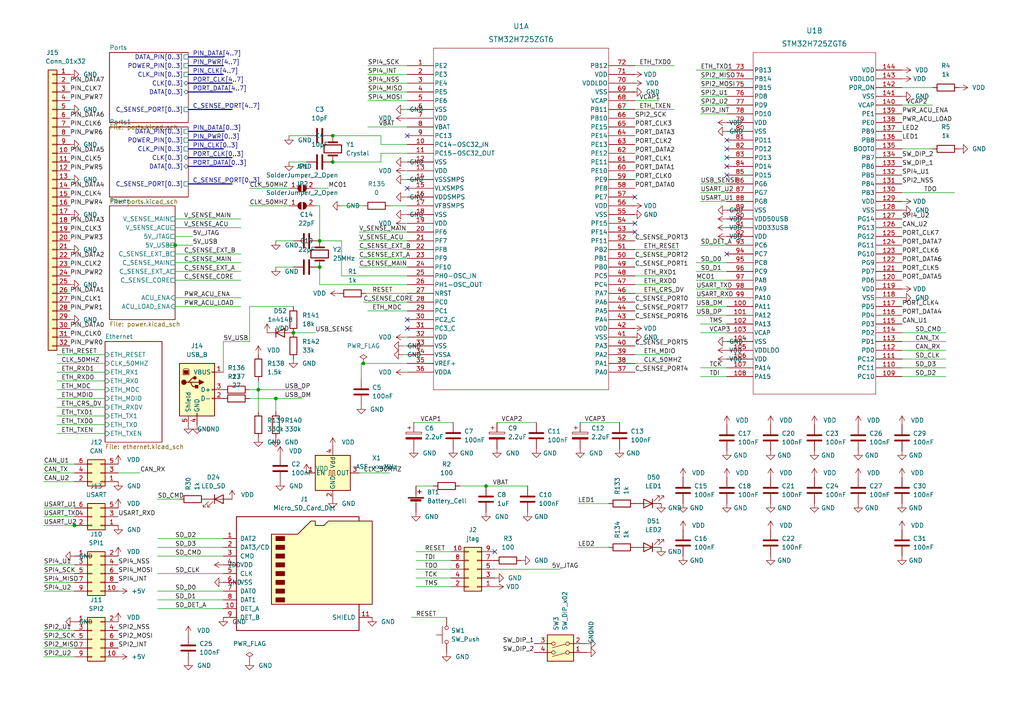
<source format=kicad_sch>
(kicad_sch (version 20211123) (generator eeschema)
  (paper "A4")
  (lib_symbols
    (symbol "Connector:Micro_SD_Card_Det" (pin_names (offset 1.016))
      (property "Reference" "J" (at -16.51 17.78 0))
      (property "Value" "Micro_SD_Card_Det" (at 16.51 17.78 0))
      (symbol "Micro_SD_Card_Det_1_1"
        (pin bidirectional line (at -22.86 10.16 0) (length 3.81) (name "DAT2") (number "1"))
        (pin passive line (at -22.86 -10.16 0) (length 3.81) (name "DET_A") (number "10"))
        (pin passive line (at 20.32 -12.7 180) (length 3.81) (name "SHIELD") (number "11"))
        (pin bidirectional line (at -22.86 7.62 0) (length 3.81) (name "DAT3/CD") (number "2"))
        (pin input line (at -22.86 5.08 0) (length 3.81) (name "CMD") (number "3"))
        (pin power_in line (at -22.86 2.54 0) (length 3.81) (name "VDD") (number "4"))
        (pin input line (at -22.86 0 0) (length 3.81) (name "CLK") (number "5"))
        (pin power_in line (at -22.86 -2.54 0) (length 3.81) (name "VSS") (number "6"))
        (pin bidirectional line (at -22.86 -5.08 0) (length 3.81) (name "DAT0") (number "7"))
        (pin bidirectional line (at -22.86 -7.62 0) (length 3.81) (name "DAT1") (number "8"))
        (pin passive line (at -22.86 -12.7 0) (length 3.81) (name "DET_B") (number "9"))
      )
    )
    (symbol "Connector:USB_B" (pin_names (offset 1.016))
      (property "Reference" "J" (at -5.08 11.43 0))
      (property "Value" "USB_B" (at -5.08 8.89 0))
      (symbol "USB_B_1_1"
        (pin power_out line (at 7.62 5.08 180) (length 2.54) (name "VBUS") (number "1"))
        (pin bidirectional line (at 7.62 -2.54 180) (length 2.54) (name "D-") (number "2"))
        (pin bidirectional line (at 7.62 0 180) (length 2.54) (name "D+") (number "3"))
        (pin power_out line (at 0 -10.16 90) (length 2.54) (name "GND") (number "4"))
        (pin passive line (at -2.54 -10.16 90) (length 2.54) (name "Shield") (number "5"))
      )
    )
    (symbol "Connector_Generic:Conn_01x32" (pin_names (offset 1.016) hide)
      (property "Reference" "J" (at 0 40.64 0))
      (property "Value" "Conn_01x32" (at 0 -43.18 0))
      (symbol "Conn_01x32_1_1"
        (pin passive line (at -5.08 38.1 0) (length 3.81) (name "Pin_1") (number "1"))
        (pin passive line (at -5.08 15.24 0) (length 3.81) (name "Pin_10") (number "10"))
        (pin passive line (at -5.08 12.7 0) (length 3.81) (name "Pin_11") (number "11"))
        (pin passive line (at -5.08 10.16 0) (length 3.81) (name "Pin_12") (number "12"))
        (pin passive line (at -5.08 7.62 0) (length 3.81) (name "Pin_13") (number "13"))
        (pin passive line (at -5.08 5.08 0) (length 3.81) (name "Pin_14") (number "14"))
        (pin passive line (at -5.08 2.54 0) (length 3.81) (name "Pin_15") (number "15"))
        (pin passive line (at -5.08 0 0) (length 3.81) (name "Pin_16") (number "16"))
        (pin passive line (at -5.08 -2.54 0) (length 3.81) (name "Pin_17") (number "17"))
        (pin passive line (at -5.08 -5.08 0) (length 3.81) (name "Pin_18") (number "18"))
        (pin passive line (at -5.08 -7.62 0) (length 3.81) (name "Pin_19") (number "19"))
        (pin passive line (at -5.08 35.56 0) (length 3.81) (name "Pin_2") (number "2"))
        (pin passive line (at -5.08 -10.16 0) (length 3.81) (name "Pin_20") (number "20"))
        (pin passive line (at -5.08 -12.7 0) (length 3.81) (name "Pin_21") (number "21"))
        (pin passive line (at -5.08 -15.24 0) (length 3.81) (name "Pin_22") (number "22"))
        (pin passive line (at -5.08 -17.78 0) (length 3.81) (name "Pin_23") (number "23"))
        (pin passive line (at -5.08 -20.32 0) (length 3.81) (name "Pin_24") (number "24"))
        (pin passive line (at -5.08 -22.86 0) (length 3.81) (name "Pin_25") (number "25"))
        (pin passive line (at -5.08 -25.4 0) (length 3.81) (name "Pin_26") (number "26"))
        (pin passive line (at -5.08 -27.94 0) (length 3.81) (name "Pin_27") (number "27"))
        (pin passive line (at -5.08 -30.48 0) (length 3.81) (name "Pin_28") (number "28"))
        (pin passive line (at -5.08 -33.02 0) (length 3.81) (name "Pin_29") (number "29"))
        (pin passive line (at -5.08 33.02 0) (length 3.81) (name "Pin_3") (number "3"))
        (pin passive line (at -5.08 -35.56 0) (length 3.81) (name "Pin_30") (number "30"))
        (pin passive line (at -5.08 -38.1 0) (length 3.81) (name "Pin_31") (number "31"))
        (pin passive line (at -5.08 -40.64 0) (length 3.81) (name "Pin_32") (number "32"))
        (pin passive line (at -5.08 30.48 0) (length 3.81) (name "Pin_4") (number "4"))
        (pin passive line (at -5.08 27.94 0) (length 3.81) (name "Pin_5") (number "5"))
        (pin passive line (at -5.08 25.4 0) (length 3.81) (name "Pin_6") (number "6"))
        (pin passive line (at -5.08 22.86 0) (length 3.81) (name "Pin_7") (number "7"))
        (pin passive line (at -5.08 20.32 0) (length 3.81) (name "Pin_8") (number "8"))
        (pin passive line (at -5.08 17.78 0) (length 3.81) (name "Pin_9") (number "9"))
      )
    )
    (symbol "Connector_Generic:Conn_02x03_Odd_Even" (pin_names (offset 1.016) hide)
      (property "Reference" "J" (at 1.27 5.08 0))
      (property "Value" "Conn_02x03_Odd_Even" (at 1.27 -5.08 0))
      (symbol "Conn_02x03_Odd_Even_1_1"
        (pin passive line (at -5.08 2.54 0) (length 3.81) (name "Pin_1") (number "1"))
        (pin passive line (at 7.62 2.54 180) (length 3.81) (name "Pin_2") (number "2"))
        (pin passive line (at -5.08 0 0) (length 3.81) (name "Pin_3") (number "3"))
        (pin passive line (at 7.62 0 180) (length 3.81) (name "Pin_4") (number "4"))
        (pin passive line (at -5.08 -2.54 0) (length 3.81) (name "Pin_5") (number "5"))
        (pin passive line (at 7.62 -2.54 180) (length 3.81) (name "Pin_6") (number "6"))
      )
    )
    (symbol "Connector_Generic:Conn_02x05_Odd_Even" (pin_names (offset 1.016) hide)
      (property "Reference" "J" (at 1.27 7.62 0))
      (property "Value" "Conn_02x05_Odd_Even" (at 1.27 -7.62 0))
      (symbol "Conn_02x05_Odd_Even_1_1"
        (pin passive line (at -5.08 5.08 0) (length 3.81) (name "Pin_1") (number "1"))
        (pin passive line (at 7.62 -5.08 180) (length 3.81) (name "Pin_10") (number "10"))
        (pin passive line (at 7.62 5.08 180) (length 3.81) (name "Pin_2") (number "2"))
        (pin passive line (at -5.08 2.54 0) (length 3.81) (name "Pin_3") (number "3"))
        (pin passive line (at 7.62 2.54 180) (length 3.81) (name "Pin_4") (number "4"))
        (pin passive line (at -5.08 0 0) (length 3.81) (name "Pin_5") (number "5"))
        (pin passive line (at 7.62 0 180) (length 3.81) (name "Pin_6") (number "6"))
        (pin passive line (at -5.08 -2.54 0) (length 3.81) (name "Pin_7") (number "7"))
        (pin passive line (at 7.62 -2.54 180) (length 3.81) (name "Pin_8") (number "8"))
        (pin passive line (at -5.08 -5.08 0) (length 3.81) (name "Pin_9") (number "9"))
      )
    )
    (symbol "Device:Battery_Cell" (pin_numbers hide) (pin_names (offset 0) hide)
      (property "Reference" "BT" (at 2.54 2.54 0))
      (property "Value" "Battery_Cell" (at 2.54 0 0))
      (symbol "Battery_Cell_1_1"
        (pin passive line (at 0 5.08 270) (length 2.54) (name "+") (number "1"))
        (pin passive line (at 0 -2.54 90) (length 2.54) (name "-") (number "2"))
      )
    )
    (symbol "Device:C" (pin_numbers hide) (pin_names (offset 0.254))
      (property "Reference" "C" (at 0.635 2.54 0))
      (property "Value" "C" (at 0.635 -2.54 0))
      (symbol "C_1_1"
        (pin passive line (at 0 3.81 270) (length 2.794) (name "~") (number "1"))
        (pin passive line (at 0 -3.81 90) (length 2.794) (name "~") (number "2"))
      )
    )
    (symbol "Device:C_Polarized" (pin_numbers hide) (pin_names (offset 0.254))
      (property "Reference" "C" (at 0.635 2.54 0))
      (property "Value" "C_Polarized" (at 0.635 -2.54 0))
      (symbol "C_Polarized_1_1"
        (pin passive line (at 0 3.81 270) (length 2.794) (name "~") (number "1"))
        (pin passive line (at 0 -3.81 90) (length 2.794) (name "~") (number "2"))
      )
    )
    (symbol "Device:Crystal" (pin_numbers hide) (pin_names (offset 1.016) hide)
      (property "Reference" "Y" (at 0 3.81 0))
      (property "Value" "Crystal" (at 0 -3.81 0))
      (symbol "Crystal_1_1"
        (pin passive line (at -3.81 0 0) (length 1.27) (name "1") (number "1"))
        (pin passive line (at 3.81 0 180) (length 1.27) (name "2") (number "2"))
      )
    )
    (symbol "Device:D" (pin_numbers hide) (pin_names (offset 1.016) hide)
      (property "Reference" "D" (at 0 2.54 0))
      (property "Value" "D" (at 0 -2.54 0))
      (symbol "D_1_1"
        (pin passive line (at -3.81 0 0) (length 2.54) (name "K") (number "1"))
        (pin passive line (at 3.81 0 180) (length 2.54) (name "A") (number "2"))
      )
    )
    (symbol "Device:LED" (pin_numbers hide) (pin_names (offset 1.016) hide)
      (property "Reference" "D" (at 0 2.54 0))
      (property "Value" "LED" (at 0 -2.54 0))
      (symbol "LED_1_1"
        (pin passive line (at -3.81 0 0) (length 2.54) (name "K") (number "1"))
        (pin passive line (at 3.81 0 180) (length 2.54) (name "A") (number "2"))
      )
    )
    (symbol "Device:R" (pin_numbers hide) (pin_names (offset 0))
      (property "Reference" "R" (at 2.032 0 90))
      (property "Value" "R" (at 0 0 90))
      (symbol "R_1_1"
        (pin passive line (at 0 3.81 270) (length 1.27) (name "~") (number "1"))
        (pin passive line (at 0 -3.81 90) (length 1.27) (name "~") (number "2"))
      )
    )
    (symbol "Jumper:SolderJumper_2_Open" (pin_names (offset 0) hide)
      (property "Reference" "JP" (at 0 2.032 0))
      (property "Value" "SolderJumper_2_Open" (at 0 -2.54 0))
      (symbol "SolderJumper_2_Open_1_1"
        (pin passive line (at -3.81 0 0) (length 2.54) (name "A") (number "1"))
        (pin passive line (at 3.81 0 180) (length 2.54) (name "B") (number "2"))
      )
    )
    (symbol "Oscillator:ASE-xxxMHz" (pin_names (offset 0.254))
      (property "Reference" "X" (at -5.08 6.35 0))
      (property "Value" "ASE-xxxMHz" (at 1.27 -6.35 0))
      (symbol "ASE-xxxMHz_1_1"
        (pin input line (at -7.62 0 0) (length 2.54) (name "EN") (number "1"))
        (pin power_in line (at 0 -7.62 90) (length 2.54) (name "GND") (number "2"))
        (pin output line (at 7.62 0 180) (length 2.54) (name "OUT") (number "3"))
        (pin power_in line (at 0 7.62 270) (length 2.54) (name "Vdd") (number "4"))
      )
    )
    (symbol "STM32H725ZGT6:STM32H725ZGT6" (pin_names (offset 0.254))
      (property "Reference" "U" (at 33.02 10.16 0))
      (property "Value" "STM32H725ZGT6" (at 33.02 7.62 0))
      (symbol "STM32H725ZGT6_1_1"
        (pin bidirectional line (at 0 0 0) (length 7.62) (name "PE2") (number "1"))
        (pin bidirectional line (at 0 -22.86 0) (length 7.62) (name "PC14-OSC32_IN") (number "10"))
        (pin output line (at 0 -25.4 0) (length 7.62) (name "PC15-OSC32_OUT") (number "11"))
        (pin power_in line (at 0 -27.94 0) (length 7.62) (name "VSS") (number "12"))
        (pin power_in line (at 0 -30.48 0) (length 7.62) (name "VDD") (number "13"))
        (pin power_in line (at 0 -33.02 0) (length 7.62) (name "VSSSMPS") (number "14"))
        (pin unspecified line (at 0 -35.56 0) (length 7.62) (name "VLXSMPS") (number "15"))
        (pin power_in line (at 0 -38.1 0) (length 7.62) (name "VDDSMPS") (number "16"))
        (pin unspecified line (at 0 -40.64 0) (length 7.62) (name "VFBSMPS") (number "17"))
        (pin power_in line (at 0 -43.18 0) (length 7.62) (name "VSS") (number "18"))
        (pin power_in line (at 0 -45.72 0) (length 7.62) (name "VDD") (number "19"))
        (pin bidirectional line (at 0 -2.54 0) (length 7.62) (name "PE3") (number "2"))
        (pin bidirectional line (at 0 -48.26 0) (length 7.62) (name "PF6") (number "20"))
        (pin bidirectional line (at 0 -50.8 0) (length 7.62) (name "PF7") (number "21"))
        (pin bidirectional line (at 0 -53.34 0) (length 7.62) (name "PF8") (number "22"))
        (pin bidirectional line (at 0 -55.88 0) (length 7.62) (name "PF9") (number "23"))
        (pin bidirectional line (at 0 -58.42 0) (length 7.62) (name "PF10") (number "24"))
        (pin bidirectional line (at 0 -60.96 0) (length 7.62) (name "PH0-OSC_IN") (number "25"))
        (pin output line (at 0 -63.5 0) (length 7.62) (name "PH1-OSC_OUT") (number "26"))
        (pin unspecified line (at 0 -66.04 0) (length 7.62) (name "NRST") (number "27"))
        (pin bidirectional line (at 0 -68.58 0) (length 7.62) (name "PC0") (number "28"))
        (pin bidirectional line (at 0 -71.12 0) (length 7.62) (name "PC1") (number "29"))
        (pin bidirectional line (at 0 -5.08 0) (length 7.62) (name "PE4") (number "3"))
        (pin bidirectional line (at 0 -73.66 0) (length 7.62) (name "PC2_C") (number "30"))
        (pin bidirectional line (at 0 -76.2 0) (length 7.62) (name "PC3_C") (number "31"))
        (pin power_in line (at 0 -78.74 0) (length 7.62) (name "VDD") (number "32"))
        (pin power_in line (at 0 -81.28 0) (length 7.62) (name "VSS") (number "33"))
        (pin power_in line (at 0 -83.82 0) (length 7.62) (name "VSSA") (number "34"))
        (pin power_in line (at 0 -86.36 0) (length 7.62) (name "VREF+") (number "35"))
        (pin power_in line (at 0 -88.9 0) (length 7.62) (name "VDDA") (number "36"))
        (pin bidirectional line (at 66.04 -88.9 180) (length 7.62) (name "PA0") (number "37"))
        (pin bidirectional line (at 66.04 -86.36 180) (length 7.62) (name "PA1") (number "38"))
        (pin bidirectional line (at 66.04 -83.82 180) (length 7.62) (name "PA2") (number "39"))
        (pin bidirectional line (at 0 -7.62 0) (length 7.62) (name "PE5") (number "4"))
        (pin bidirectional line (at 66.04 -81.28 180) (length 7.62) (name "PA3") (number "40"))
        (pin power_in line (at 66.04 -78.74 180) (length 7.62) (name "VSS") (number "41"))
        (pin power_in line (at 66.04 -76.2 180) (length 7.62) (name "VDD") (number "42"))
        (pin bidirectional line (at 66.04 -73.66 180) (length 7.62) (name "PA4") (number "43"))
        (pin bidirectional line (at 66.04 -71.12 180) (length 7.62) (name "PA5") (number "44"))
        (pin bidirectional line (at 66.04 -68.58 180) (length 7.62) (name "PA6") (number "45"))
        (pin bidirectional line (at 66.04 -66.04 180) (length 7.62) (name "PA7") (number "46"))
        (pin bidirectional line (at 66.04 -63.5 180) (length 7.62) (name "PC4") (number "47"))
        (pin bidirectional line (at 66.04 -60.96 180) (length 7.62) (name "PC5") (number "48"))
        (pin bidirectional line (at 66.04 -58.42 180) (length 7.62) (name "PB0") (number "49"))
        (pin bidirectional line (at 0 -10.16 0) (length 7.62) (name "PE6") (number "5"))
        (pin bidirectional line (at 66.04 -55.88 180) (length 7.62) (name "PB1") (number "50"))
        (pin bidirectional line (at 66.04 -53.34 180) (length 7.62) (name "PB2") (number "51"))
        (pin bidirectional line (at 66.04 -50.8 180) (length 7.62) (name "PF11") (number "52"))
        (pin bidirectional line (at 66.04 -48.26 180) (length 7.62) (name "PF14") (number "53"))
        (pin bidirectional line (at 66.04 -45.72 180) (length 7.62) (name "PF15") (number "54"))
        (pin power_in line (at 66.04 -43.18 180) (length 7.62) (name "VSS") (number "55"))
        (pin power_in line (at 66.04 -40.64 180) (length 7.62) (name "VDD") (number "56"))
        (pin bidirectional line (at 66.04 -38.1 180) (length 7.62) (name "PE7") (number "57"))
        (pin bidirectional line (at 66.04 -35.56 180) (length 7.62) (name "PE8") (number "58"))
        (pin bidirectional line (at 66.04 -33.02 180) (length 7.62) (name "PE9") (number "59"))
        (pin power_in line (at 0 -12.7 0) (length 7.62) (name "VSS") (number "6"))
        (pin bidirectional line (at 66.04 -30.48 180) (length 7.62) (name "PE10") (number "60"))
        (pin bidirectional line (at 66.04 -27.94 180) (length 7.62) (name "PE11") (number "61"))
        (pin bidirectional line (at 66.04 -25.4 180) (length 7.62) (name "PE12") (number "62"))
        (pin bidirectional line (at 66.04 -22.86 180) (length 7.62) (name "PE13") (number "63"))
        (pin bidirectional line (at 66.04 -20.32 180) (length 7.62) (name "PE14") (number "64"))
        (pin bidirectional line (at 66.04 -17.78 180) (length 7.62) (name "PE15") (number "65"))
        (pin bidirectional line (at 66.04 -15.24 180) (length 7.62) (name "PB10") (number "66"))
        (pin bidirectional line (at 66.04 -12.7 180) (length 7.62) (name "PB11") (number "67"))
        (pin unspecified line (at 66.04 -10.16 180) (length 7.62) (name "VCAP") (number "68"))
        (pin power_in line (at 66.04 -7.62 180) (length 7.62) (name "VSS") (number "69"))
        (pin power_in line (at 0 -15.24 0) (length 7.62) (name "VDD") (number "7"))
        (pin power_in line (at 66.04 -5.08 180) (length 7.62) (name "VDDLDO") (number "70"))
        (pin power_in line (at 66.04 -2.54 180) (length 7.62) (name "VDD") (number "71"))
        (pin bidirectional line (at 66.04 0 180) (length 7.62) (name "PB12") (number "72"))
        (pin unspecified line (at 0 -17.78 0) (length 7.62) (name "VBAT") (number "8"))
        (pin bidirectional line (at 0 -20.32 0) (length 7.62) (name "PC13") (number "9"))
      )
      (symbol "STM32H725ZGT6_2_1"
        (pin bidirectional line (at 0 -68.58 0) (length 7.62) (name "PA11") (number "100"))
        (pin bidirectional line (at 0 -71.12 0) (length 7.62) (name "PA12") (number "101"))
        (pin bidirectional line (at 0 -73.66 0) (length 7.62) (name "PA13") (number "102"))
        (pin unspecified line (at 0 -76.2 0) (length 7.62) (name "VCAP") (number "103"))
        (pin power_in line (at 0 -78.74 0) (length 7.62) (name "VSS") (number "104"))
        (pin power_in line (at 0 -81.28 0) (length 7.62) (name "VDDLDO") (number "105"))
        (pin power_in line (at 0 -83.82 0) (length 7.62) (name "VDD") (number "106"))
        (pin bidirectional line (at 0 -86.36 0) (length 7.62) (name "PA14") (number "107"))
        (pin bidirectional line (at 0 -88.9 0) (length 7.62) (name "PA15") (number "108"))
        (pin bidirectional line (at 50.8 -88.9 180) (length 7.62) (name "PC10") (number "109"))
        (pin bidirectional line (at 50.8 -86.36 180) (length 7.62) (name "PC11") (number "110"))
        (pin bidirectional line (at 50.8 -83.82 180) (length 7.62) (name "PC12") (number "111"))
        (pin bidirectional line (at 50.8 -81.28 180) (length 7.62) (name "PD0") (number "112"))
        (pin bidirectional line (at 50.8 -78.74 180) (length 7.62) (name "PD1") (number "113"))
        (pin bidirectional line (at 50.8 -76.2 180) (length 7.62) (name "PD2") (number "114"))
        (pin bidirectional line (at 50.8 -73.66 180) (length 7.62) (name "PD3") (number "115"))
        (pin bidirectional line (at 50.8 -71.12 180) (length 7.62) (name "PD4") (number "116"))
        (pin bidirectional line (at 50.8 -68.58 180) (length 7.62) (name "PD5") (number "117"))
        (pin power_in line (at 50.8 -66.04 180) (length 7.62) (name "VSS") (number "118"))
        (pin power_in line (at 50.8 -63.5 180) (length 7.62) (name "VDD") (number "119"))
        (pin bidirectional line (at 50.8 -60.96 180) (length 7.62) (name "PD6") (number "120"))
        (pin bidirectional line (at 50.8 -58.42 180) (length 7.62) (name "PD7") (number "121"))
        (pin bidirectional line (at 50.8 -55.88 180) (length 7.62) (name "PG9") (number "122"))
        (pin bidirectional line (at 50.8 -53.34 180) (length 7.62) (name "PG10") (number "123"))
        (pin bidirectional line (at 50.8 -50.8 180) (length 7.62) (name "PG11") (number "124"))
        (pin bidirectional line (at 50.8 -48.26 180) (length 7.62) (name "PG12") (number "125"))
        (pin bidirectional line (at 50.8 -45.72 180) (length 7.62) (name "PG13") (number "126"))
        (pin bidirectional line (at 50.8 -43.18 180) (length 7.62) (name "PG14") (number "127"))
        (pin power_in line (at 50.8 -40.64 180) (length 7.62) (name "VSS") (number "128"))
        (pin power_in line (at 50.8 -38.1 180) (length 7.62) (name "VDD") (number "129"))
        (pin bidirectional line (at 50.8 -35.56 180) (length 7.62) (name "PB3") (number "130"))
        (pin bidirectional line (at 50.8 -33.02 180) (length 7.62) (name "PB4") (number "131"))
        (pin bidirectional line (at 50.8 -30.48 180) (length 7.62) (name "PB5") (number "132"))
        (pin bidirectional line (at 50.8 -27.94 180) (length 7.62) (name "PB6") (number "133"))
        (pin bidirectional line (at 50.8 -25.4 180) (length 7.62) (name "PB7") (number "134"))
        (pin unspecified line (at 50.8 -22.86 180) (length 7.62) (name "BOOT0") (number "135"))
        (pin bidirectional line (at 50.8 -20.32 180) (length 7.62) (name "PB8") (number "136"))
        (pin bidirectional line (at 50.8 -17.78 180) (length 7.62) (name "PB9") (number "137"))
        (pin bidirectional line (at 50.8 -15.24 180) (length 7.62) (name "PE0") (number "138"))
        (pin bidirectional line (at 50.8 -12.7 180) (length 7.62) (name "PE1") (number "139"))
        (pin unspecified line (at 50.8 -10.16 180) (length 7.62) (name "VCAP") (number "140"))
        (pin power_in line (at 50.8 -7.62 180) (length 7.62) (name "VSS") (number "141"))
        (pin unspecified line (at 50.8 -5.08 180) (length 7.62) (name "PDR_ON") (number "142"))
        (pin power_in line (at 50.8 -2.54 180) (length 7.62) (name "VDDLDO") (number "143"))
        (pin power_in line (at 50.8 0 180) (length 7.62) (name "VDD") (number "144"))
        (pin bidirectional line (at 0 0 0) (length 7.62) (name "PB13") (number "73"))
        (pin bidirectional line (at 0 -2.54 0) (length 7.62) (name "PB14") (number "74"))
        (pin bidirectional line (at 0 -5.08 0) (length 7.62) (name "PB15") (number "75"))
        (pin bidirectional line (at 0 -7.62 0) (length 7.62) (name "PD8") (number "76"))
        (pin bidirectional line (at 0 -10.16 0) (length 7.62) (name "PD9") (number "77"))
        (pin bidirectional line (at 0 -12.7 0) (length 7.62) (name "PD10") (number "78"))
        (pin power_in line (at 0 -15.24 0) (length 7.62) (name "VDD") (number "79"))
        (pin power_in line (at 0 -17.78 0) (length 7.62) (name "VSS") (number "80"))
        (pin bidirectional line (at 0 -20.32 0) (length 7.62) (name "PD11") (number "81"))
        (pin bidirectional line (at 0 -22.86 0) (length 7.62) (name "PD12") (number "82"))
        (pin bidirectional line (at 0 -25.4 0) (length 7.62) (name "PD13") (number "83"))
        (pin bidirectional line (at 0 -27.94 0) (length 7.62) (name "PD14") (number "84"))
        (pin bidirectional line (at 0 -30.48 0) (length 7.62) (name "PD15") (number "85"))
        (pin bidirectional line (at 0 -33.02 0) (length 7.62) (name "PG6") (number "86"))
        (pin bidirectional line (at 0 -35.56 0) (length 7.62) (name "PG7") (number "87"))
        (pin bidirectional line (at 0 -38.1 0) (length 7.62) (name "PG8") (number "88"))
        (pin power_in line (at 0 -40.64 0) (length 7.62) (name "VSS") (number "89"))
        (pin power_in line (at 0 -43.18 0) (length 7.62) (name "VDD50USB") (number "90"))
        (pin power_in line (at 0 -45.72 0) (length 7.62) (name "VDD33USB") (number "91"))
        (pin power_in line (at 0 -48.26 0) (length 7.62) (name "VDD") (number "92"))
        (pin bidirectional line (at 0 -50.8 0) (length 7.62) (name "PC6") (number "93"))
        (pin bidirectional line (at 0 -53.34 0) (length 7.62) (name "PC7") (number "94"))
        (pin bidirectional line (at 0 -55.88 0) (length 7.62) (name "PC8") (number "95"))
        (pin bidirectional line (at 0 -58.42 0) (length 7.62) (name "PC9") (number "96"))
        (pin bidirectional line (at 0 -60.96 0) (length 7.62) (name "PA8") (number "97"))
        (pin bidirectional line (at 0 -63.5 0) (length 7.62) (name "PA9") (number "98"))
        (pin bidirectional line (at 0 -66.04 0) (length 7.62) (name "PA10") (number "99"))
      )
    )
    (symbol "Switch:SW_DIP_x02" (pin_names (offset 0) hide)
      (property "Reference" "SW" (at 0 6.35 0))
      (property "Value" "SW_DIP_x02" (at 0 -3.81 0))
      (symbol "SW_DIP_x02_1_1"
        (pin passive line (at -7.62 2.54 0) (length 5.08) (name "~") (number "1"))
        (pin passive line (at -7.62 0 0) (length 5.08) (name "~") (number "2"))
        (pin passive line (at 7.62 0 180) (length 5.08) (name "~") (number "3"))
        (pin passive line (at 7.62 2.54 180) (length 5.08) (name "~") (number "4"))
      )
    )
    (symbol "Switch:SW_Push" (pin_numbers hide) (pin_names (offset 1.016) hide)
      (property "Reference" "SW" (at 1.27 2.54 0))
      (property "Value" "SW_Push" (at 0 -1.524 0))
      (symbol "SW_Push_0_1"
        (pin passive line (at -5.08 0 0) (length 2.54) (name "1") (number "1"))
        (pin passive line (at 5.08 0 180) (length 2.54) (name "2") (number "2"))
      )
    )
    (symbol "power:+5V" (power) (pin_names (offset 0))
      (property "Value" "+5V" (at 0 3.556 0))
      (symbol "+5V_1_1"
        (pin power_in line (at 0 0 90) (length 0) hide (name "+5V") (number "1"))
      )
    )
    (symbol "power:GND" (power) (pin_names (offset 0))
      (property "Value" "GND" (at 0 -3.81 0))
      (symbol "GND_1_1"
        (pin power_in line (at 0 0 270) (length 0) hide (name "GND") (number "1"))
      )
    )
    (symbol "power:PWR_FLAG" (power) (pin_numbers hide) (pin_names (offset 0) hide)
      (property "Value" "PWR_FLAG" (at 0 3.81 0))
      (symbol "PWR_FLAG_0_0"
        (pin power_out line (at 0 0 90) (length 0) (name "pwr") (number "1"))
      )
    )
    (symbol "power:VDD" (power) (pin_names (offset 0))
      (property "Value" "VDD" (at 0 3.81 0))
      (symbol "VDD_1_1"
        (pin power_in line (at 0 0 90) (length 0) hide (name "VDD") (number "1"))
      )
    )
  )
  (junction (at 21.59 152.4))
  (junction (at 74.93 113.03))
  (junction (at 140.97 140.97))
  (junction (at 80.01 115.57))
  (junction (at 50.8 71.12))
  (junction (at 92.71 69.85))
  (junction (at 96.52 46.99))
  (junction (at 96.52 39.37))
  (junction (at 105.41 105.41))
  (junction (at 92.71 77.47))
  (junction (at 85.09 96.52))
  (no_connect (at 118.11 39.37))
  (no_connect (at 210.82 48.26))
  (no_connect (at 210.82 45.72))
  (no_connect (at 118.11 95.25))
  (no_connect (at 184.15 67.31))
  (no_connect (at 210.82 50.8))
  (no_connect (at 118.11 92.71))
  (no_connect (at 143.51 160.02))
  (no_connect (at 210.82 40.64))
  (no_connect (at 184.15 57.15))
  (no_connect (at 184.15 64.77))
  (no_connect (at 210.82 73.66))
  (no_connect (at 118.11 54.61))
  (no_connect (at 210.82 43.18))
  (wire (pts (xy 16.51 102.87) (xy 30.48 102.87)))
  (wire (pts (xy 201.93 86.36) (xy 210.82 86.36)))
  (wire (pts (xy 203.2 109.22) (xy 210.82 109.22)))
  (wire (pts (xy 106.68 24.13) (xy 118.11 24.13)))
  (wire (pts (xy 45.72 173.99) (xy 64.77 173.99)))
  (wire (pts (xy 203.2 55.88) (xy 210.82 55.88)))
  (wire (pts (xy 12.7 152.4) (xy 21.59 152.4)))
  (wire (pts (xy 118.11 105.41) (xy 105.41 105.41)))
  (wire (pts (xy 261.62 101.6) (xy 274.32 101.6)))
  (wire (pts (xy 80.01 115.57) (xy 87.63 115.57)))
  (bus (pts (xy 54.61 43.18) (xy 64.77 43.18)))
  (wire (pts (xy 45.72 166.37) (xy 64.77 166.37)))
  (wire (pts (xy 91.44 59.69) (xy 92.71 59.69)))
  (wire (pts (xy 12.7 182.88) (xy 21.59 182.88)))
  (wire (pts (xy 104.14 77.47) (xy 118.11 77.47)))
  (wire (pts (xy 72.39 59.69) (xy 83.82 59.69)))
  (bus (pts (xy 54.61 19.05) (xy 64.77 19.05)))
  (wire (pts (xy 118.11 82.55) (xy 92.71 82.55)))
  (wire (pts (xy 12.7 134.62) (xy 21.59 134.62)))
  (wire (pts (xy 203.2 30.48) (xy 210.82 30.48)))
  (wire (pts (xy 16.51 115.57) (xy 30.48 115.57)))
  (wire (pts (xy 167.64 146.05) (xy 176.53 146.05)))
  (wire (pts (xy 16.51 105.41) (xy 30.48 105.41)))
  (wire (pts (xy 184.15 31.75) (xy 195.58 31.75)))
  (wire (pts (xy 184.15 85.09) (xy 194.31 85.09)))
  (wire (pts (xy 50.8 86.36) (xy 69.85 86.36)))
  (wire (pts (xy 113.03 59.69) (xy 118.11 59.69)))
  (wire (pts (xy 203.2 106.68) (xy 210.82 106.68)))
  (wire (pts (xy 45.72 144.78) (xy 52.07 144.78)))
  (wire (pts (xy 105.41 105.41) (xy 104.775 105.41)))
  (wire (pts (xy 45.72 176.53) (xy 64.77 176.53)))
  (wire (pts (xy 45.72 161.29) (xy 64.77 161.29)))
  (wire (pts (xy 203.2 25.4) (xy 210.82 25.4)))
  (wire (pts (xy 12.7 168.91) (xy 21.59 168.91)))
  (wire (pts (xy 184.15 80.01) (xy 194.31 80.01)))
  (wire (pts (xy 203.2 58.42) (xy 210.82 58.42)))
  (wire (pts (xy 85.09 96.52) (xy 91.44 96.52)))
  (wire (pts (xy 16.51 110.49) (xy 30.48 110.49)))
  (wire (pts (xy 45.72 156.21) (xy 64.77 156.21)))
  (wire (pts (xy 106.68 29.21) (xy 118.11 29.21)))
  (wire (pts (xy 110.49 44.45) (xy 110.49 46.99)))
  (wire (pts (xy 184.15 97.79) (xy 183.515 97.79)))
  (wire (pts (xy 99.06 59.69) (xy 105.41 59.69)))
  (wire (pts (xy 83.82 46.99) (xy 88.9 46.99)))
  (wire (pts (xy 16.51 125.73) (xy 30.48 125.73)))
  (wire (pts (xy 106.68 90.17) (xy 118.11 90.17)))
  (bus (pts (xy 54.61 38.1) (xy 64.77 38.1)))
  (wire (pts (xy 50.8 88.9) (xy 69.85 88.9)))
  (wire (pts (xy 110.49 41.91) (xy 118.11 41.91)))
  (wire (pts (xy 106.68 36.83) (xy 118.11 36.83)))
  (wire (pts (xy 106.68 19.05) (xy 118.11 19.05)))
  (wire (pts (xy 104.14 69.85) (xy 118.11 69.85)))
  (wire (pts (xy 120.65 140.97) (xy 125.73 140.97)))
  (wire (pts (xy 184.15 24.13) (xy 183.515 24.13)))
  (wire (pts (xy 118.11 44.45) (xy 110.49 44.45)))
  (wire (pts (xy 110.49 46.99) (xy 96.52 46.99)))
  (wire (pts (xy 12.7 163.83) (xy 21.59 163.83)))
  (wire (pts (xy 12.7 171.45) (xy 21.59 171.45)))
  (wire (pts (xy 80.01 77.47) (xy 85.09 77.47)))
  (wire (pts (xy 203.2 96.52) (xy 210.82 96.52)))
  (wire (pts (xy 184.15 21.59) (xy 183.515 21.59)))
  (wire (pts (xy 140.97 140.97) (xy 153.035 140.97)))
  (wire (pts (xy 64.77 107.95) (xy 64.77 99.06)))
  (wire (pts (xy 118.11 52.07) (xy 117.475 52.07)))
  (wire (pts (xy 16.51 120.65) (xy 30.48 120.65)))
  (wire (pts (xy 16.51 113.03) (xy 30.48 113.03)))
  (wire (pts (xy 118.11 31.75) (xy 117.475 31.75)))
  (wire (pts (xy 104.14 67.31) (xy 118.11 67.31)))
  (wire (pts (xy 261.62 55.88) (xy 276.86 55.88)))
  (wire (pts (xy 120.65 162.56) (xy 130.81 162.56)))
  (wire (pts (xy 203.2 93.98) (xy 210.82 93.98)))
  (wire (pts (xy 72.39 54.61) (xy 83.82 54.61)))
  (wire (pts (xy 120.65 170.18) (xy 130.81 170.18)))
  (wire (pts (xy 184.15 62.23) (xy 183.515 62.23)))
  (wire (pts (xy 99.06 80.01) (xy 99.06 69.85)))
  (wire (pts (xy 118.11 34.29) (xy 117.475 34.29)))
  (wire (pts (xy 184.15 19.05) (xy 195.58 19.05)))
  (wire (pts (xy 12.7 185.42) (xy 21.59 185.42)))
  (wire (pts (xy 104.14 72.39) (xy 118.11 72.39)))
  (wire (pts (xy 45.72 171.45) (xy 64.77 171.45)))
  (wire (pts (xy 201.93 88.9) (xy 210.82 88.9)))
  (wire (pts (xy 92.71 82.55) (xy 92.71 77.47)))
  (wire (pts (xy 118.11 57.15) (xy 117.475 57.15)))
  (wire (pts (xy 12.7 137.16) (xy 21.59 137.16)))
  (wire (pts (xy 110.49 39.37) (xy 110.49 41.91)))
  (wire (pts (xy 72.39 99.06) (xy 72.39 88.9)))
  (wire (pts (xy 40.64 137.16) (xy 34.29 137.16)))
  (bus (pts (xy 54.61 40.64) (xy 64.77 40.64)))
  (wire (pts (xy 201.93 91.44) (xy 210.82 91.44)))
  (wire (pts (xy 261.62 106.68) (xy 274.32 106.68)))
  (wire (pts (xy 203.2 22.86) (xy 210.82 22.86)))
  (wire (pts (xy 16.51 118.11) (xy 30.48 118.11)))
  (wire (pts (xy 80.01 115.57) (xy 72.39 115.57)))
  (wire (pts (xy 120.65 167.64) (xy 130.81 167.64)))
  (wire (pts (xy 55.88 68.58) (xy 50.8 68.58)))
  (wire (pts (xy 99.06 69.85) (xy 92.71 69.85)))
  (wire (pts (xy 96.52 39.37) (xy 110.49 39.37)))
  (wire (pts (xy 118.11 62.23) (xy 117.475 62.23)))
  (wire (pts (xy 16.51 123.19) (xy 30.48 123.19)))
  (wire (pts (xy 22.86 152.4) (xy 21.59 152.4)))
  (wire (pts (xy 201.93 20.32) (xy 210.82 20.32)))
  (bus (pts (xy 54.61 31.75) (xy 67.31 31.75)))
  (wire (pts (xy 74.93 110.49) (xy 74.93 113.03)))
  (wire (pts (xy 201.93 81.28) (xy 210.82 81.28)))
  (wire (pts (xy 12.7 190.5) (xy 21.59 190.5)))
  (wire (pts (xy 12.7 166.37) (xy 21.59 166.37)))
  (wire (pts (xy 116.84 100.33) (xy 118.11 100.33)))
  (wire (pts (xy 50.8 76.2) (xy 69.85 76.2)))
  (wire (pts (xy 261.62 25.4) (xy 270.51 25.4)))
  (wire (pts (xy 184.15 82.55) (xy 194.31 82.55)))
  (wire (pts (xy 203.2 27.94) (xy 210.82 27.94)))
  (wire (pts (xy 184.15 72.39) (xy 196.85 72.39)))
  (wire (pts (xy 261.62 96.52) (xy 274.32 96.52)))
  (wire (pts (xy 184.15 95.25) (xy 183.515 95.25)))
  (wire (pts (xy 105.41 87.63) (xy 118.11 87.63)))
  (wire (pts (xy 184.15 105.41) (xy 194.31 105.41)))
  (wire (pts (xy 104.775 105.41) (xy 104.775 109.855)))
  (wire (pts (xy 80.01 69.85) (xy 85.09 69.85)))
  (wire (pts (xy 104.14 74.93) (xy 118.11 74.93)))
  (wire (pts (xy 50.8 78.74) (xy 69.85 78.74)))
  (wire (pts (xy 12.7 147.32) (xy 21.59 147.32)))
  (wire (pts (xy 201.93 78.74) (xy 210.82 78.74)))
  (wire (pts (xy 50.8 66.04) (xy 69.85 66.04)))
  (wire (pts (xy 16.51 107.95) (xy 30.48 107.95)))
  (wire (pts (xy 12.7 187.96) (xy 21.59 187.96)))
  (wire (pts (xy 184.15 102.87) (xy 194.31 102.87)))
  (wire (pts (xy 50.8 71.12) (xy 48.26 71.12)))
  (wire (pts (xy 104.14 137.16) (xy 113.03 137.16)))
  (wire (pts (xy 50.8 73.66) (xy 69.85 73.66)))
  (wire (pts (xy 120.65 165.1) (xy 130.81 165.1)))
  (wire (pts (xy 184.15 59.69) (xy 183.515 59.69)))
  (wire (pts (xy 12.7 139.7) (xy 21.59 139.7)))
  (wire (pts (xy 261.62 43.18) (xy 270.51 43.18)))
  (wire (pts (xy 203.2 53.34) (xy 210.82 53.34)))
  (wire (pts (xy 118.11 64.77) (xy 117.475 64.77)))
  (wire (pts (xy 118.11 107.95) (xy 117.475 107.95)))
  (wire (pts (xy 133.35 140.97) (xy 140.97 140.97)))
  (wire (pts (xy 261.62 109.22) (xy 274.32 109.22)))
  (wire (pts (xy 50.8 63.5) (xy 69.85 63.5)))
  (wire (pts (xy 45.72 158.75) (xy 64.77 158.75)))
  (wire (pts (xy 118.11 97.79) (xy 117.475 97.79)))
  (wire (pts (xy 72.39 88.9) (xy 85.09 88.9)))
  (wire (pts (xy 99.06 80.01) (xy 118.11 80.01)))
  (bus (pts (xy 54.61 45.72) (xy 67.31 45.72)))
  (wire (pts (xy 120.015 122.555) (xy 131.445 122.555)))
  (wire (pts (xy 168.275 122.555) (xy 179.705 122.555)))
  (bus (pts (xy 54.61 53.34) (xy 67.31 53.34)))
  (wire (pts (xy 203.2 33.02) (xy 210.82 33.02)))
  (wire (pts (xy 55.88 71.12) (xy 50.8 71.12)))
  (wire (pts (xy 118.11 46.99) (xy 117.475 46.99)))
  (wire (pts (xy 119.38 179.07) (xy 129.54 179.07)))
  (wire (pts (xy 80.01 115.57) (xy 80.01 119.38)))
  (wire (pts (xy 74.93 113.03) (xy 87.63 113.03)))
  (wire (pts (xy 261.62 30.48) (xy 270.51 30.48)))
  (bus (pts (xy 54.61 16.51) (xy 64.77 16.51)))
  (bus (pts (xy 54.61 21.59) (xy 64.77 21.59)))
  (wire (pts (xy 118.11 49.53) (xy 117.475 49.53)))
  (wire (pts (xy 116.84 102.87) (xy 118.11 102.87)))
  (wire (pts (xy 92.71 59.69) (xy 92.71 69.85)))
  (bus (pts (xy 54.61 48.26) (xy 67.31 48.26)))
  (wire (pts (xy 106.68 21.59) (xy 118.11 21.59)))
  (bus (pts (xy 54.61 24.13) (xy 67.31 24.13)))
  (wire (pts (xy 201.93 83.82) (xy 210.82 83.82)))
  (wire (pts (xy 64.77 99.06) (xy 72.39 99.06)))
  (wire (pts (xy 203.2 71.12) (xy 210.82 71.12)))
  (wire (pts (xy 72.39 113.03) (xy 74.93 113.03)))
  (wire (pts (xy 261.62 104.14) (xy 274.32 104.14)))
  (wire (pts (xy 201.93 76.2) (xy 210.82 76.2)))
  (wire (pts (xy 144.145 122.555) (xy 155.575 122.555)))
  (wire (pts (xy 95.25 54.61) (xy 91.44 54.61)))
  (wire (pts (xy 167.64 158.75) (xy 176.53 158.75)))
  (wire (pts (xy 12.7 149.86) (xy 21.59 149.86)))
  (wire (pts (xy 50.8 81.28) (xy 69.85 81.28)))
  (wire (pts (xy 120.65 160.02) (xy 130.81 160.02)))
  (wire (pts (xy 83.82 39.37) (xy 88.9 39.37)))
  (wire (pts (xy 184.15 26.67) (xy 183.515 26.67)))
  (bus (pts (xy 54.61 26.67) (xy 67.31 26.67)))
  (wire (pts (xy 74.93 113.03) (xy 74.93 119.38)))
  (wire (pts (xy 143.51 165.1) (xy 162.56 165.1)))
  (wire (pts (xy 184.15 29.21) (xy 191.135 29.21)))
  (wire (pts (xy 106.045 85.09) (xy 118.11 85.09)))
  (wire (pts (xy 106.68 26.67) (xy 118.11 26.67)))
  (wire (pts (xy 261.62 99.06) (xy 274.32 99.06)))
  (label "PIN_DATA3" (at 20.32 64.77 0))
  (label "SD_D2" (at 50.8 156.21 0))
  (label "PIN_DATA0" (at 20.32 95.25 0))
  (label "VCAP3" (at 169.545 122.555 0))
  (label "LED1" (at 261.62 40.64 0))
  (label "SPI2_U1" (at 203.2 27.94 0))
  (label "PIN_DATA1" (at 20.32 85.09 0))
  (label "V_SENSE_MAIN" (at 53.34 63.5 0))
  (label "RESET" (at 120.65 179.07 0))
  (label "C_SENSE_PORT4" (at 184.15 107.95 0))
  (label "SPI2_MISO" (at 12.7 187.96 0))
  (label "ETH_MDIO" (at 17.78 115.57 0))
  (label "TCK" (at 205.74 106.68 0))
  (label "SD_DET_A" (at 203.2 71.12 0))
  (label "PIN_DATA[4..7]" (at 55.88 16.51 0))
  (label "SD_CLK" (at 50.8 166.37 0))
  (label "SD_DET_A" (at 50.8 176.53 0))
  (label "PORT_CLK3" (at 184.15 36.83 0))
  (label "SD_CLK" (at 265.43 104.14 0))
  (label "SPI2_MOSI" (at 34.29 185.42 0))
  (label "CAN_U2" (at 261.62 66.04 0))
  (label "PIN_PWR5" (at 20.32 49.53 0))
  (label "RESET" (at 123.19 160.02 0))
  (label "SPI2_SCK" (at 12.7 185.42 0))
  (label "SPI4_MISO" (at 106.68 26.67 0))
  (label "USB_SENSE" (at 203.2 53.34 0))
  (label "PIN_CLK2" (at 20.32 77.47 0))
  (label "USART_RXD" (at 201.93 86.36 0))
  (label "SPI4_MOSI" (at 34.29 166.37 0))
  (label "VCAP2" (at 145.415 122.555 0))
  (label "PORT_DATA4" (at 261.62 91.44 0))
  (label "SPI4_U1" (at 12.7 163.83 0))
  (label "USART_U1" (at 12.7 147.32 0))
  (label "ETH_TXD1" (at 203.2 20.32 0))
  (label "SD_D1" (at 203.2 78.74 0))
  (label "C_SENSE_PORT0" (at 184.15 87.63 0))
  (label "SPI2_SCK" (at 184.15 34.29 0))
  (label "PIN_PWR7" (at 20.32 29.21 0))
  (label "USART_U2" (at 12.7 152.4 0))
  (label "SPI4_MISO" (at 12.7 168.91 0))
  (label "PIN_CLK[4..7]" (at 55.88 21.59 0))
  (label "PWR_ACU_ENA" (at 53.34 86.36 0))
  (label "C_SENSE_EXT_A" (at 104.14 74.93 0))
  (label "PIN_DATA6" (at 20.32 34.29 0))
  (label "SPI4_U2" (at 261.62 63.5 0))
  (label "ETH_TXEN" (at 17.78 125.73 0))
  (label "C_SENSE_MAIN" (at 53.34 76.2 0))
  (label "SD_D3" (at 265.43 106.68 0))
  (label "CAN_TX" (at 12.7 137.16 0))
  (label "SD_CMD" (at 50.8 161.29 0))
  (label "PORT_CLK5" (at 261.62 78.74 0))
  (label "PIN_CLK4" (at 20.32 57.15 0))
  (label "ETH_RXD0" (at 186.69 82.55 0))
  (label "PIN_CLK0" (at 20.32 97.79 0))
  (label "PWR_ACU_ENA" (at 261.62 33.02 0))
  (label "VCAP1" (at 185.42 29.21 0))
  (label "PORT_DATA6" (at 261.62 76.2 0))
  (label "USART_U2" (at 203.2 55.88 0))
  (label "C_SENSE_PORT1" (at 184.15 77.47 0))
  (label "ETH_TXD1" (at 17.78 120.65 0))
  (label "PORT_DATA1" (at 184.15 49.53 0))
  (label "CLK_50MHZ" (at 105.41 137.16 0))
  (label "MCO1" (at 95.25 54.61 0))
  (label "PORT_DATA2" (at 184.15 44.45 0))
  (label "SD_CMD" (at 265.43 96.52 0))
  (label "PIN_CLK1" (at 20.32 87.63 0))
  (label "CAN_U1" (at 261.62 93.98 0))
  (label "PORT_DATA[0..3]" (at 55.88 48.26 0))
  (label "VBAT" (at 109.855 36.83 0))
  (label "PORT_CLK7" (at 261.62 68.58 0))
  (label "C_SENSE_EXT_B" (at 53.34 73.66 0))
  (label "ETH_TXD0" (at 185.42 19.05 0))
  (label "TCK" (at 123.19 167.64 0))
  (label "SD_CMD" (at 45.72 144.78 0))
  (label "PIN_PWR2" (at 20.32 80.01 0))
  (label "PORT_CLK6" (at 261.62 73.66 0))
  (label "CAN_RX" (at 265.43 101.6 0))
  (label "SPI2_MISO" (at 203.2 22.86 0))
  (label "SW_DIP_2" (at 261.62 45.72 0))
  (label "SPI4_NSS" (at 106.68 24.13 0))
  (label "LED1" (at 167.64 146.05 0))
  (label "CLK_50MHZ" (at 186.69 105.41 0))
  (label "ETH_RESET" (at 17.78 102.87 0))
  (label "C_SENSE_PORT[0..3]" (at 55.88 53.34 0))
  (label "CAN_TX" (at 265.43 99.06 0))
  (label "V_SENSE_ACU" (at 104.14 69.85 0))
  (label "PIN_CLK3" (at 20.32 67.31 0))
  (label "PWR_ACU_LOAD" (at 53.34 88.9 0))
  (label "TDO" (at 123.19 165.1 0))
  (label "C_SENSE_CORE" (at 105.41 87.63 0))
  (label "CAN_RX" (at 40.64 137.16 0))
  (label "PORT_CLK[0..3]" (at 55.88 45.72 0))
  (label "PIN_DATA2" (at 20.32 74.93 0))
  (label "SW_DIP_1" (at 154.94 186.69 180))
  (label "C_SENSE_CORE" (at 53.34 81.28 0))
  (label "ETH_TXD0" (at 17.78 123.19 0))
  (label "LED2" (at 261.62 38.1 0))
  (label "PIN_CLK7" (at 20.32 26.67 0))
  (label "C_SENSE_MAIN" (at 104.14 77.47 0))
  (label "SPI2_NSS" (at 34.29 182.88 0))
  (label "SD_D0" (at 50.8 171.45 0))
  (label "ETH_RESET" (at 186.69 72.39 0))
  (label "VCAP1" (at 121.92 122.555 0))
  (label "SPI4_SCK" (at 106.68 19.05 0))
  (label "PIN_DATA[0..3]" (at 55.88 38.1 0))
  (label "ETH_MDIO" (at 186.69 102.87 0))
  (label "ETH_RXD0" (at 17.78 110.49 0))
  (label "PIN_CLK6" (at 20.32 36.83 0))
  (label "TDI" (at 205.74 109.22 0))
  (label "ETH_RXD1" (at 186.69 80.01 0))
  (label "PIN_PWR[0..3]" (at 55.88 40.64 0))
  (label "PORT_DATA5" (at 261.62 81.28 0))
  (label "C_SENSE_EXT_A" (at 53.34 78.74 0))
  (label "PORT_CLK4" (at 261.62 88.9 0))
  (label "5V_USB" (at 64.77 99.06 0))
  (label "PIN_PWR1" (at 20.32 90.17 0))
  (label "SD_D0" (at 203.2 76.2 0))
  (label "TMS" (at 205.74 93.98 0))
  (label "SPI4_NSS" (at 34.29 163.83 0))
  (label "RESET" (at 107.95 85.09 0))
  (label "PORT_DATA[4..7]" (at 55.88 26.67 0))
  (label "V_SENSE_MAIN" (at 104.14 67.31 0))
  (label "SPI4_U2" (at 12.7 171.45 0))
  (label "SPI4_INT" (at 34.29 168.91 0))
  (label "PWR_ACU_LOAD" (at 261.62 35.56 0))
  (label "USART_U1" (at 203.2 58.42 0))
  (label "ETH_TXEN" (at 185.42 31.75 0))
  (label "USART_TXD" (at 12.7 149.86 0))
  (label "PORT_CLK[4..7]" (at 55.88 24.13 0))
  (label "SPI4_U1" (at 261.62 50.8 0))
  (label "USB_DP" (at 201.93 91.44 0))
  (label "ETH_MDC" (at 17.78 113.03 0))
  (label "5V_JTAG" (at 160.02 165.1 0))
  (label "USB_DM" (at 82.55 115.57 0))
  (label "VBAT" (at 142.875 140.97 0))
  (label "SPI4_MOSI" (at 106.68 29.21 0))
  (label "PIN_PWR[4..7]" (at 55.88 19.05 0))
  (label "ETH_MDC" (at 107.95 90.17 0))
  (label "SPI2_U2" (at 12.7 190.5 0))
  (label "CLK_50MHZ" (at 72.39 59.69 0))
  (label "5V_JTAG" (at 55.88 68.58 0))
  (label "PIN_PWR4" (at 20.32 59.69 0))
  (label "SPI2_U1" (at 12.7 182.88 0))
  (label "LED2" (at 167.64 158.75 0))
  (label "PIN_CLK5" (at 20.32 46.99 0))
  (label "CLK_50MHZ" (at 72.39 54.61 0))
  (label "SPI2_NSS" (at 261.62 53.34 0))
  (label "PIN_DATA7" (at 20.32 24.13 0))
  (label "PORT_CLK1" (at 184.15 46.99 0))
  (label "VCAP2" (at 262.89 30.48 0))
  (label "C_SENSE_PORT6" (at 184.15 92.71 0))
  (label "USB_DM" (at 201.93 88.9 0))
  (label "SW_DIP_2" (at 154.94 189.23 180))
  (label "PIN_DATA5" (at 20.32 44.45 0))
  (label "PORT_DATA0" (at 184.15 54.61 0))
  (label "C_SENSE_PORT2" (at 184.15 74.93 0))
  (label "C_SENSE_PORT3" (at 184.15 69.85 0))
  (label "V_SENSE_ACU" (at 53.34 66.04 0))
  (label "PIN_DATA4" (at 20.32 54.61 0))
  (label "ETH_CRS_DV" (at 17.78 118.11 0))
  (label "PORT_CLK2" (at 184.15 41.91 0))
  (label "USB_SENSE" (at 91.44 96.52 0))
  (label "USART_TXD" (at 201.93 83.82 0))
  (label "VCAP3" (at 205.74 96.52 0))
  (label "SPI2_INT" (at 203.2 33.02 0))
  (label "PORT_CLK0" (at 184.15 52.07 0))
  (label "SW_DIP_1" (at 261.62 48.26 0))
  (label "PORT_DATA7" (at 261.62 71.12 0))
  (label "SPI2_U2" (at 203.2 30.48 0))
  (label "MCO1" (at 201.93 81.28 0))
  (label "TDI" (at 123.19 162.56 0))
  (label "C_SENSE_EXT_B" (at 104.14 72.39 0))
  (label "TMS" (at 123.19 170.18 0))
  (label "PIN_CLK[0..3]" (at 55.88 43.18 0))
  (label "SPI2_MOSI" (at 203.2 25.4 0))
  (label "SD_D3" (at 50.8 158.75 0))
  (label "USB_DP" (at 82.55 113.03 0))
  (label "SD_D2" (at 265.43 109.22 0))
  (label "SD_D1" (at 50.8 173.99 0))
  (label "PORT_DATA3" (at 184.15 39.37 0))
  (label "CAN_U2" (at 12.7 139.7 0))
  (label "CLK_50MHZ" (at 17.78 105.41 0))
  (label "USART_RXD" (at 34.29 149.86 0))
  (label "ETH_RXD1" (at 17.78 107.95 0))
  (label "PIN_PWR3" (at 20.32 69.85 0))
  (label "5V_USB" (at 55.88 71.12 0))
  (label "CAN_U1" (at 12.7 134.62 0))
  (label "TDO" (at 267.97 55.88 0))
  (label "SPI4_SCK" (at 12.7 166.37 0))
  (label "C_SENSE_PORT[4..7]" (at 55.88 31.75 0))
  (label "SPI4_INT" (at 106.68 21.59 0))
  (label "SPI2_INT" (at 34.29 187.96 0))
  (label "ETH_CRS_DV" (at 186.69 85.09 0))
  (label "C_SENSE_PORT7" (at 184.15 90.17 0))
  (label "C_SENSE_PORT5" (at 184.15 100.33 0))
  (label "PIN_PWR6" (at 20.32 39.37 0))
  (label "PIN_PWR0" (at 20.32 100.33 0))
  (symbol (lib_id "power:GND") (at 198.12 146.05 0) (unit 1)
    (property "Reference" "#PWR0137" (effects hide))
    (property "Value" "GND" (at 200.025 147.3199 0) (effects (justify left)))
  )
  (symbol (lib_id "power:GND") (at 261.62 27.94 90) (unit 1)
    (property "Reference" "#PWR0124" (effects hide))
    (property "Value" "GND" (at 265.43 27.9399 90) (effects (justify right)))
  )
  (symbol (lib_id "power:VDD") (at 34.29 134.62 0) (unit 1)
    (property "Reference" "#PWR09" (effects hide))
    (property "Value" "VDD" (at 36.83 133.3499 0) (effects (justify left)))
  )
  (symbol (lib_id "Device:C") (at 248.92 142.24 0) (unit 1)
    (property "Reference" "C27" (at 252.095 140.9699 0) (effects (justify left)))
    (property "Value" "100nF" (at 252.095 143.5099 0) (effects (justify left)))
    (property "Footprint" "Capacitor_SMD:C_0603_1608Metric_Pad1.08x0.95mm_HandSolder" (effects hide))
  )
  (symbol (lib_id "power:GND") (at 144.145 130.175 0) (unit 1)
    (property "Reference" "#PWR0104" (effects hide))
    (property "Value" "GND" (at 146.685 131.4449 0) (effects (justify left)))
  )
  (symbol (lib_id "Connector_Generic:Conn_02x03_Odd_Even") (at 29.21 137.16 180) (unit 1)
    (property "Reference" "J12" (at 27.94 128.27 0))
    (property "Value" "CAN" (at 27.94 130.81 0))
    (property "Footprint" "Connector_IDC:IDC-Header_2x03_P2.54mm_Vertical" (effects hide))
  )
  (symbol (lib_id "power:GND") (at 168.275 130.175 0) (unit 1)
    (property "Reference" "#PWR0110" (effects hide))
    (property "Value" "GND" (at 170.815 131.4449 0) (effects (justify left)))
  )
  (symbol (lib_id "Device:R") (at 129.54 140.97 90) (unit 1)
    (property "Reference" "R2" (at 129.54 134.62 90))
    (property "Value" "100" (at 129.54 137.16 90))
    (property "Footprint" "Resistor_SMD:R_0805_2012Metric_Pad1.20x1.40mm_HandSolder" (effects hide))
  )
  (symbol (lib_id "power:VDD") (at 248.92 138.43 0) (unit 1)
    (property "Reference" "#PWR0163" (effects hide))
    (property "Value" "VDD" (at 251.46 137.1599 0) (effects (justify left)))
  )
  (symbol (lib_id "Device:C") (at 92.71 39.37 90) (unit 1)
    (property "Reference" "C3" (at 92.71 31.75 90))
    (property "Value" "10pF" (at 92.71 34.29 90))
    (property "Footprint" "Capacitor_SMD:C_0603_1608Metric_Pad1.08x0.95mm_HandSolder" (effects hide))
  )
  (symbol (lib_id "power:VDD") (at 34.29 161.29 0) (unit 1)
    (property "Reference" "#PWR013" (effects hide))
    (property "Value" "VDD" (at 36.83 160.0199 0) (effects (justify left)))
  )
  (symbol (lib_id "power:GND") (at 80.01 127 0) (unit 1)
    (property "Reference" "#PWR027" (effects hide))
    (property "Value" "GND" (at 82.55 128.2699 0) (effects (justify left)))
  )
  (symbol (lib_id "power:GND") (at 54.61 191.77 0) (unit 1)
    (property "Reference" "#PWR063" (effects hide))
    (property "Value" "GND" (at 57.15 193.0399 0) (effects (justify left)))
  )
  (symbol (lib_id "power:+5V") (at 34.29 171.45 270) (unit 1)
    (property "Reference" "#PWR014" (effects hide))
    (property "Value" "+5V" (at 38.1 171.4499 90) (effects (justify left)))
  )
  (symbol (lib_id "power:GND") (at 116.84 100.33 270) (unit 1)
    (property "Reference" "#PWR0195" (effects hide))
    (property "Value" "GND" (at 118.11 100.3299 90) (effects (justify left)))
  )
  (symbol (lib_id "power:VDD") (at 261.62 153.67 0) (unit 1)
    (property "Reference" "#PWR0172" (effects hide))
    (property "Value" "VDD" (at 264.16 152.3999 0) (effects (justify left)))
  )
  (symbol (lib_id "power:GND") (at 57.15 123.19 0) (unit 1)
    (property "Reference" "#PWR023" (effects hide))
    (property "Value" "GND" (at 59.69 124.4599 0) (effects (justify left)))
  )
  (symbol (lib_id "power:PWR_FLAG") (at 72.39 191.77 0) (unit 1)
    (property "Reference" "#FLG0111" (effects hide))
    (property "Value" "PWR_FLAG" (at 72.39 186.69 0))
  )
  (symbol (lib_id "power:GND") (at 64.77 168.91 270) (unit 1)
    (property "Reference" "#PWR0197" (effects hide))
    (property "Value" "GND" (at 66.04 168.9099 90) (effects (justify left)))
  )
  (symbol (lib_id "power:VDD") (at 210.82 104.14 90) (unit 1)
    (property "Reference" "#PWR0120" (effects hide))
    (property "Value" "VDD" (at 211.455 104.1399 90) (effects (justify right)))
  )
  (symbol (lib_id "power:VDD") (at 77.47 96.52 0) (unit 1)
    (property "Reference" "#PWR026" (effects hide))
    (property "Value" "VDD" (at 80.01 95.2499 0) (effects (justify left)))
  )
  (symbol (lib_id "Device:C") (at 210.82 127 0) (unit 1)
    (property "Reference" "C17" (at 213.995 125.7299 0) (effects (justify left)))
    (property "Value" "100nF" (at 213.995 128.2699 0) (effects (justify left)))
    (property "Footprint" "Capacitor_SMD:C_0603_1608Metric_Pad1.08x0.95mm_HandSolder" (effects hide))
  )
  (symbol (lib_id "power:GND") (at 198.12 161.29 0) (unit 1)
    (property "Reference" "#PWR0144" (effects hide))
    (property "Value" "GND" (at 200.025 162.5599 0) (effects (justify left)))
  )
  (symbol (lib_id "STM32H725ZGT6:STM32H725ZGT6") (at 118.11 19.05 0) (unit 1)
    (property "Reference" "U1" (at 151.13 7.62 0) (effects (font (size 1.524 1.524))))
    (property "Value" "STM32H725ZGT6" (at 151.13 11.43 0) (effects (font (size 1.524 1.524))))
    (property "Footprint" "footprints:LQFP_25ZGT6_STM" (effects hide))
    (property "Datasheet" "STM32H725ZGT6" (effects hide))
  )
  (symbol (lib_id "power:VDD") (at 34.29 180.34 0) (unit 1)
    (property "Reference" "#PWR015" (effects hide))
    (property "Value" "VDD" (at 36.83 179.0699 0) (effects (justify left)))
  )
  (symbol (lib_id "power:VDD") (at 223.52 138.43 0) (unit 1)
    (property "Reference" "#PWR0145" (effects hide))
    (property "Value" "VDD" (at 226.06 137.1599 0) (effects (justify left)))
  )
  (symbol (lib_id "STM32H725ZGT6:STM32H725ZGT6") (at 210.82 20.32 0) (unit 2)
    (property "Reference" "U1" (at 236.22 8.89 0) (effects (font (size 1.524 1.524))))
    (property "Value" "STM32H725ZGT6" (at 236.22 12.7 0) (effects (font (size 1.524 1.524))))
    (property "Footprint" "footprints:LQFP_25ZGT6_STM" (effects hide))
    (property "Datasheet" "STM32H725ZGT6" (effects hide))
  )
  (symbol (lib_id "power:GND") (at 117.475 46.99 270) (unit 1)
    (property "Reference" "#PWR0184" (effects hide))
    (property "Value" "GND" (at 118.745 46.9899 90) (effects (justify left)))
  )
  (symbol (lib_id "power:GND") (at 20.32 52.07 90) (unit 1)
    (property "Reference" "#PWR067" (effects hide))
    (property "Value" "GND" (at 24.13 52.0699 90) (effects (justify right)))
  )
  (symbol (lib_id "power:GND") (at 117.475 62.23 270) (unit 1)
    (property "Reference" "#PWR0193" (effects hide))
    (property "Value" "GND" (at 118.745 62.2299 90) (effects (justify left)))
  )
  (symbol (lib_id "power:GND") (at 83.82 46.99 0) (unit 1)
    (property "Reference" "#PWR0181" (effects hide))
    (property "Value" "GND" (at 86.36 48.2599 0) (effects (justify left)))
  )
  (symbol (lib_id "power:GND") (at 191.77 158.75 0) (unit 1)
    (property "Reference" "#PWR020" (effects hide))
    (property "Value" "GND" (at 193.675 160.0199 0) (effects (justify left)))
  )
  (symbol (lib_id "power:GND") (at 210.82 99.06 270) (unit 1)
    (property "Reference" "#PWR0131" (effects hide))
    (property "Value" "GND" (at 211.455 99.0599 90) (effects (justify left)))
  )
  (symbol (lib_id "Switch:SW_DIP_x02") (at 162.56 186.69 180) (unit 1)
    (property "Reference" "SW3" (at 161.2899 182.88 90) (effects (justify right)))
    (property "Value" "SW_DIP_x02" (at 163.8299 182.88 90) (effects (justify right)))
    (property "Footprint" "Button_Switch_THT:SW_DIP_SPSTx02_Slide_9.78x7.26mm_W7.62mm_P2.54mm" (effects hide))
  )
  (symbol (lib_id "power:VDD") (at 183.515 21.59 270) (unit 1)
    (property "Reference" "#PWR0175" (effects hide))
    (property "Value" "VDD" (at 186.69 21.5899 90) (effects (justify left)))
  )
  (symbol (lib_id "Device:R") (at 68.58 113.03 90) (unit 1)
    (property "Reference" "R136" (at 68.58 106.68 90))
    (property "Value" "27" (at 68.58 109.22 90))
    (property "Footprint" "Resistor_SMD:R_0805_2012Metric_Pad1.20x1.40mm_HandSolder" (effects hide))
  )
  (symbol (lib_id "power:VDD") (at 210.82 63.5 90) (unit 1)
    (property "Reference" "#PWR0130" (effects hide))
    (property "Value" "VDD" (at 211.455 63.4999 90) (effects (justify right)))
  )
  (symbol (lib_id "power:VDD") (at 248.92 123.19 0) (unit 1)
    (property "Reference" "#PWR0167" (effects hide))
    (property "Value" "VDD" (at 251.46 121.9199 0) (effects (justify left)))
  )
  (symbol (lib_id "power:GND") (at 34.29 139.7 0) (unit 1)
    (property "Reference" "#PWR010" (effects hide))
    (property "Value" "GND" (at 36.83 140.9699 0) (effects (justify left)))
  )
  (symbol (lib_id "Device:C_Polarized") (at 120.015 126.365 0) (unit 1)
    (property "Reference" "C6" (at 123.19 124.2059 0) (effects (justify left)))
    (property "Value" "2.2uF" (at 123.19 126.7459 0) (effects (justify left)))
    (property "Footprint" "Capacitor_Tantalum_SMD:CP_EIA-3216-18_Kemet-A" (effects hide))
  )
  (symbol (lib_id "Device:R") (at 147.32 162.56 90) (unit 1)
    (property "Reference" "R3" (at 147.32 156.21 90))
    (property "Value" "100" (at 147.32 158.75 90))
    (property "Footprint" "Resistor_SMD:R_0805_2012Metric_Pad1.20x1.40mm_HandSolder" (effects hide))
  )
  (symbol (lib_id "power:VDD") (at 210.82 66.04 90) (unit 1)
    (property "Reference" "#PWR0129" (effects hide))
    (property "Value" "VDD" (at 211.455 66.0399 90) (effects (justify right)))
  )
  (symbol (lib_id "power:VDD") (at 261.62 138.43 0) (unit 1)
    (property "Reference" "#PWR0165" (effects hide))
    (property "Value" "VDD" (at 264.16 137.1599 0) (effects (justify left)))
  )
  (symbol (lib_id "power:GND") (at 20.32 72.39 90) (unit 1)
    (property "Reference" "#PWR069" (effects hide))
    (property "Value" "GND" (at 24.13 72.3899 90) (effects (justify right)))
  )
  (symbol (lib_id "Device:C") (at 198.12 157.48 0) (unit 1)
    (property "Reference" "C16" (at 201.295 156.2099 0) (effects (justify left)))
    (property "Value" "100nF" (at 201.295 158.7499 0) (effects (justify left)))
    (property "Footprint" "Capacitor_SMD:C_0603_1608Metric_Pad1.08x0.95mm_HandSolder" (effects hide))
  )
  (symbol (lib_id "power:GND") (at 20.32 82.55 90) (unit 1)
    (property "Reference" "#PWR070" (effects hide))
    (property "Value" "GND" (at 24.13 82.5499 90) (effects (justify right)))
  )
  (symbol (lib_id "power:GND") (at 20.32 92.71 90) (unit 1)
    (property "Reference" "#PWR071" (effects hide))
    (property "Value" "GND" (at 24.13 92.7099 90) (effects (justify right)))
  )
  (symbol (lib_id "power:GND") (at 183.515 62.23 90) (unit 1)
    (property "Reference" "#PWR0176" (effects hide))
    (property "Value" "GND" (at 186.69 62.2299 90) (effects (justify right)))
  )
  (symbol (lib_id "power:GND") (at 179.705 130.175 0) (unit 1)
    (property "Reference" "#PWR0109" (effects hide))
    (property "Value" "GND" (at 181.61 131.4449 0) (effects (justify left)))
  )
  (symbol (lib_id "power:GND") (at 183.515 26.67 90) (unit 1)
    (property "Reference" "#PWR0173" (effects hide))
    (property "Value" "GND" (at 187.325 26.6699 90) (effects (justify right)))
  )
  (symbol (lib_id "Device:LED") (at 187.96 146.05 180) (unit 1)
    (property "Reference" "D50" (at 189.5475 138.43 0))
    (property "Value" "LED1" (at 189.5475 140.97 0))
    (property "Footprint" "LED_SMD:LED_1206_3216Metric_Pad1.42x1.75mm_HandSolder" (effects hide))
  )
  (symbol (lib_id "power:GND") (at 54.61 123.19 0) (unit 1)
    (property "Reference" "#PWR022" (effects hide))
    (property "Value" "GND" (at 57.15 124.4599 0) (effects (justify left)))
  )
  (symbol (lib_id "power:GND") (at 278.13 43.18 90) (unit 1)
    (property "Reference" "#PWR0123" (effects hide))
    (property "Value" "GND" (at 281.94 43.1799 90) (effects (justify right)))
  )
  (symbol (lib_id "power:GND") (at 153.035 148.59 0) (unit 1)
    (property "Reference" "#PWR0102" (effects hide))
    (property "Value" "GND" (at 154.94 149.8599 0) (effects (justify left)))
  )
  (symbol (lib_id "Device:R") (at 74.93 123.19 180) (unit 1)
    (property "Reference" "R139" (at 77.47 121.9199 0) (effects (justify right)))
    (property "Value" "330k" (at 77.47 124.4599 0) (effects (justify right)))
    (property "Footprint" "Resistor_SMD:R_0805_2012Metric_Pad1.20x1.40mm_HandSolder" (effects hide))
  )
  (symbol (lib_id "power:GND") (at 117.475 52.07 270) (unit 1)
    (property "Reference" "#PWR0183" (effects hide))
    (property "Value" "GND" (at 118.745 52.0699 90) (effects (justify left)))
  )
  (symbol (lib_id "power:VDD") (at 117.475 34.29 90) (unit 1)
    (property "Reference" "#PWR0187" (effects hide))
    (property "Value" "VDD" (at 113.665 34.2899 90) (effects (justify left)))
  )
  (symbol (lib_id "power:GND") (at 107.95 179.07 0) (unit 1)
    (property "Reference" "#PWR0119" (effects hide))
    (property "Value" "GND" (at 110.49 180.3399 0) (effects (justify left)))
  )
  (symbol (lib_id "power:VDD") (at 223.52 153.67 0) (unit 1)
    (property "Reference" "#PWR0153" (effects hide))
    (property "Value" "VDD" (at 226.06 152.3999 0) (effects (justify left)))
  )
  (symbol (lib_id "Device:C") (at 88.9 77.47 90) (unit 1)
    (property "Reference" "C19" (at 88.9 69.85 90))
    (property "Value" "22pF" (at 88.9 72.39 90))
    (property "Footprint" "Capacitor_SMD:C_0603_1608Metric_Pad1.08x0.95mm_HandSolder" (effects hide))
  )
  (symbol (lib_id "power:VDD") (at 183.515 59.69 270) (unit 1)
    (property "Reference" "#PWR0179" (effects hide))
    (property "Value" "VDD" (at 186.69 59.6899 90) (effects (justify left)))
  )
  (symbol (lib_id "Device:R") (at 80.01 123.19 180) (unit 1)
    (property "Reference" "R140" (at 82.55 121.9199 0) (effects (justify right)))
    (property "Value" "330k" (at 82.55 124.4599 0) (effects (justify right)))
    (property "Footprint" "Resistor_SMD:R_0805_2012Metric_Pad1.20x1.40mm_HandSolder" (effects hide))
  )
  (symbol (lib_id "power:GND") (at 20.32 41.91 90) (unit 1)
    (property "Reference" "#PWR066" (effects hide))
    (property "Value" "GND" (at 24.13 41.9099 90) (effects (justify right)))
  )
  (symbol (lib_id "power:GND") (at 143.51 167.64 90) (unit 1)
    (property "Reference" "#PWR0106" (effects hide))
    (property "Value" "GND" (at 147.32 167.6399 90) (effects (justify right)))
  )
  (symbol (lib_id "Device:R") (at 180.34 158.75 270) (unit 1)
    (property "Reference" "R134" (at 179.0699 156.21 0) (effects (justify right)))
    (property "Value" "1k" (at 181.6099 156.21 0) (effects (justify right)))
    (property "Footprint" "Resistor_SMD:R_0805_2012Metric_Pad1.20x1.40mm_HandSolder" (effects hide))
  )
  (symbol (lib_id "power:VDD") (at 117.475 64.77 90) (unit 1)
    (property "Reference" "#PWR0191" (effects hide))
    (property "Value" "VDD" (at 113.665 64.7699 90) (effects (justify left)))
  )
  (symbol (lib_id "power:VDD") (at 261.62 58.42 270) (unit 1)
    (property "Reference" "#PWR0122" (effects hide))
    (property "Value" "VDD" (at 264.795 58.4199 90) (effects (justify left)))
  )
  (symbol (lib_id "Device:C") (at 248.92 127 0) (unit 1)
    (property "Reference" "C26" (at 252.095 125.7299 0) (effects (justify left)))
    (property "Value" "100nF" (at 252.095 128.2699 0) (effects (justify left)))
    (property "Footprint" "Capacitor_SMD:C_0603_1608Metric_Pad1.08x0.95mm_HandSolder" (effects hide))
  )
  (symbol (lib_id "power:VDD") (at 261.62 123.19 0) (unit 1)
    (property "Reference" "#PWR0168" (effects hide))
    (property "Value" "VDD" (at 264.16 121.9199 0) (effects (justify left)))
  )
  (symbol (lib_id "power:VDD") (at 143.51 170.18 270) (unit 1)
    (property "Reference" "#PWR0108" (effects hide))
    (property "Value" "VDD" (at 146.812 170.1799 90) (effects (justify left)))
  )
  (symbol (lib_id "Jumper:SolderJumper_2_Open") (at 87.63 59.69 0) (unit 1)
    (property "Reference" "JP2" (at 87.63 53.34 0))
    (property "Value" "SolderJumper_2_Open" (at 87.63 55.88 0))
    (property "Footprint" "Jumper:SolderJumper-2_P1.3mm_Open_TrianglePad1.0x1.5mm" (effects hide))
  )
  (symbol (lib_id "power:GND") (at 140.97 148.59 0) (unit 1)
    (property "Reference" "#PWR0101" (effects hide))
    (property "Value" "GND" (at 143.51 149.8599 0) (effects (justify left)))
  )
  (symbol (lib_id "Device:C") (at 104.775 113.665 0) (unit 1)
    (property "Reference" "C5" (at 107.95 112.3949 0) (effects (justify left)))
    (property "Value" "100nF" (at 107.95 114.9349 0) (effects (justify left)))
    (property "Footprint" "Capacitor_SMD:C_0603_1608Metric_Pad1.08x0.95mm_HandSolder" (effects hide))
  )
  (symbol (lib_id "Device:R") (at 274.32 25.4 90) (unit 1)
    (property "Reference" "R4" (at 274.32 19.05 90))
    (property "Value" "1k" (at 274.32 21.59 90))
    (property "Footprint" "Resistor_SMD:R_0805_2012Metric_Pad1.20x1.40mm_HandSolder" (effects hide))
  )
  (symbol (lib_id "Device:C_Polarized") (at 168.275 126.365 0) (unit 1)
    (property "Reference" "C12" (at 171.45 124.2059 0) (effects (justify left)))
    (property "Value" "2.2uF" (at 171.45 126.7459 0) (effects (justify left)))
    (property "Footprint" "Capacitor_Tantalum_SMD:CP_EIA-3216-18_Kemet-A" (effects hide))
  )
  (symbol (lib_id "Device:D") (at 81.28 96.52 0) (unit 1)
    (property "Reference" "D52" (at 81.28 90.17 0))
    (property "Value" "1n4148" (at 81.28 92.71 0))
    (property "Footprint" "Diode_SMD:D_MiniMELF" (effects hide))
  )
  (symbol (lib_id "power:GND") (at 131.445 130.175 0) (unit 1)
    (property "Reference" "#PWR0114" (effects hide))
    (property "Value" "GND" (at 133.35 131.4449 0) (effects (justify left)))
  )
  (symbol (lib_id "power:GND") (at 191.77 146.05 0) (unit 1)
    (property "Reference" "#PWR019" (effects hide))
    (property "Value" "GND" (at 193.675 147.3199 0) (effects (justify left)))
  )
  (symbol (lib_id "Device:C") (at 155.575 126.365 0) (unit 1)
    (property "Reference" "C11" (at 158.75 125.0949 0) (effects (justify left)))
    (property "Value" "100nF" (at 158.75 127.6349 0) (effects (justify left)))
    (property "Footprint" "Capacitor_SMD:C_0603_1608Metric_Pad1.08x0.95mm_HandSolder" (effects hide))
  )
  (symbol (lib_id "Device:Crystal") (at 92.71 73.66 90) (unit 1)
    (property "Reference" "Y2" (at 96.52 72.3899 90) (effects (justify right)))
    (property "Value" "25MHz" (at 96.52 74.9299 90) (effects (justify right)))
    (property "Footprint" "Crystal:Crystal_SMD_HC49-SD" (effects hide))
  )
  (symbol (lib_id "power:GND") (at 21.59 180.34 270) (unit 1)
    (property "Reference" "#PWR08" (effects hide))
    (property "Value" "GND" (at 22.86 180.3399 90) (effects (justify left)))
  )
  (symbol (lib_id "Device:R") (at 74.93 106.68 180) (unit 1)
    (property "Reference" "R138" (at 77.47 105.4099 0) (effects (justify right)))
    (property "Value" "1.5k" (at 77.47 107.9499 0) (effects (justify right)))
    (property "Footprint" "Resistor_SMD:R_0805_2012Metric_Pad1.20x1.40mm_HandSolder" (effects hide))
  )
  (symbol (lib_id "power:VDD") (at 210.82 35.56 90) (unit 1)
    (property "Reference" "#PWR0127" (effects hide))
    (property "Value" "VDD" (at 211.455 35.5599 90) (effects (justify right)))
  )
  (symbol (lib_id "power:GND") (at 170.18 189.23 90) (unit 1)
    (property "Reference" "#PWR018" (effects hide))
    (property "Value" "GND" (at 171.4499 186.69 0) (effects (justify left)))
  )
  (symbol (lib_id "power:VDD") (at 261.62 83.82 270) (unit 1)
    (property "Reference" "#PWR0135" (effects hide))
    (property "Value" "VDD" (at 264.795 83.8199 90) (effects (justify left)))
  )
  (symbol (lib_id "power:VDD") (at 64.77 163.83 90) (unit 1)
    (property "Reference" "#PWR0198" (effects hide))
    (property "Value" "VDD" (at 66.04 163.8299 90) (effects (justify right)))
  )
  (symbol (lib_id "Device:C") (at 54.61 187.96 0) (unit 1)
    (property "Reference" "C25" (at 57.785 186.6899 0) (effects (justify left)))
    (property "Value" "100nF" (at 57.785 189.2299 0) (effects (justify left)))
    (property "Footprint" "Capacitor_SMD:C_0603_1608Metric_Pad1.08x0.95mm_HandSolder" (effects hide))
  )
  (symbol (lib_id "Device:C") (at 140.97 144.78 0) (unit 1)
    (property "Reference" "C8" (at 144.145 143.5099 0) (effects (justify left)))
    (property "Value" "1uF" (at 144.145 146.0499 0) (effects (justify left)))
    (property "Footprint" "Capacitor_SMD:C_1206_3216Metric" (effects hide))
  )
  (symbol (lib_id "power:GND") (at 261.62 130.81 0) (unit 1)
    (property "Reference" "#PWR0169" (effects hide))
    (property "Value" "GND" (at 263.525 132.0799 0) (effects (justify left)))
  )
  (symbol (lib_id "power:GND") (at 261.62 86.36 90) (unit 1)
    (property "Reference" "#PWR0136" (effects hide))
    (property "Value" "GND" (at 265.43 86.3599 90) (effects (justify right)))
  )
  (symbol (lib_id "power:VDD") (at 117.475 49.53 90) (unit 1)
    (property "Reference" "#PWR0185" (effects hide))
    (property "Value" "VDD" (at 113.665 49.5299 90) (effects (justify left)))
  )
  (symbol (lib_id "power:GND") (at 120.015 130.175 0) (unit 1)
    (property "Reference" "#PWR0113" (effects hide))
    (property "Value" "GND" (at 122.555 131.4449 0) (effects (justify left)))
  )
  (symbol (lib_id "power:VDD") (at 117.475 107.95 90) (unit 1)
    (property "Reference" "#PWR0190" (effects hide))
    (property "Value" "VDD" (at 113.665 107.9499 90) (effects (justify left)))
  )
  (symbol (lib_id "power:VDD") (at 117.475 97.79 90) (unit 1)
    (property "Reference" "#PWR0196" (effects hide))
    (property "Value" "VDD" (at 113.665 97.7899 90) (effects (justify left)))
  )
  (symbol (lib_id "power:VDD") (at 236.22 123.19 0) (unit 1)
    (property "Reference" "#PWR0155" (effects hide))
    (property "Value" "VDD" (at 238.76 121.9199 0) (effects (justify left)))
  )
  (symbol (lib_id "Device:LED") (at 63.5 144.78 0) (unit 1)
    (property "Reference" "D24" (at 61.9125 138.43 0))
    (property "Value" "LED_SD" (at 61.9125 140.97 0))
    (property "Footprint" "LED_SMD:LED_1206_3216Metric_Pad1.42x1.75mm_HandSolder" (effects hide))
  )
  (symbol (lib_id "power:GND") (at 99.06 59.69 270) (unit 1)
    (property "Reference" "#PWR0192" (effects hide))
    (property "Value" "GND" (at 100.33 59.6899 90) (effects (justify left)))
  )
  (symbol (lib_id "Device:R") (at 68.58 115.57 90) (unit 1)
    (property "Reference" "R137" (at 68.58 109.22 90))
    (property "Value" "27" (at 68.58 111.76 90))
    (property "Footprint" "Resistor_SMD:R_0805_2012Metric_Pad1.20x1.40mm_HandSolder" (effects hide))
  )
  (symbol (lib_id "Device:C") (at 261.62 127 0) (unit 1)
    (property "Reference" "C29" (at 264.795 125.7299 0) (effects (justify left)))
    (property "Value" "100nF" (at 264.795 128.2699 0) (effects (justify left)))
    (property "Footprint" "Capacitor_SMD:C_0603_1608Metric_Pad1.08x0.95mm_HandSolder" (effects hide))
  )
  (symbol (lib_id "power:VDD") (at 74.93 102.87 0) (unit 1)
    (property "Reference" "#PWR024" (effects hide))
    (property "Value" "VDD" (at 77.47 101.5999 0) (effects (justify left)))
  )
  (symbol (lib_id "power:VDD") (at 210.82 138.43 0) (unit 1)
    (property "Reference" "#PWR0148" (effects hide))
    (property "Value" "VDD" (at 213.36 137.1599 0) (effects (justify left)))
  )
  (symbol (lib_id "power:GND") (at 210.82 38.1 270) (unit 1)
    (property "Reference" "#PWR0126" (effects hide))
    (property "Value" "GND" (at 211.455 38.0999 90) (effects (justify left)))
  )
  (symbol (lib_id "power:VDD") (at 261.62 22.86 270) (unit 1)
    (property "Reference" "#PWR0134" (effects hide))
    (property "Value" "VDD" (at 264.795 22.8599 90) (effects (justify left)))
  )
  (symbol (lib_id "power:GND") (at 210.82 60.96 270) (unit 1)
    (property "Reference" "#PWR021" (effects hide))
    (property "Value" "GND" (at 211.455 60.9599 90) (effects (justify left)))
  )
  (symbol (lib_id "power:GND") (at 223.52 161.29 0) (unit 1)
    (property "Reference" "#PWR0142" (effects hide))
    (property "Value" "GND" (at 225.425 162.5599 0) (effects (justify left)))
  )
  (symbol (lib_id "power:GND") (at 117.475 57.15 270) (unit 1)
    (property "Reference" "#PWR0186" (effects hide))
    (property "Value" "GND" (at 118.745 57.1499 90) (effects (justify left)))
  )
  (symbol (lib_id "Device:C") (at 92.71 46.99 90) (unit 1)
    (property "Reference" "C4" (at 92.71 39.37 90))
    (property "Value" "10pF" (at 92.71 41.91 90))
    (property "Footprint" "Capacitor_SMD:C_0603_1608Metric_Pad1.08x0.95mm_HandSolder" (effects hide))
  )
  (symbol (lib_id "power:VDD") (at 210.82 101.6 90) (unit 1)
    (property "Reference" "#PWR0125" (effects hide))
    (property "Value" "VDD" (at 211.455 101.5999 90) (effects (justify right)))
  )
  (symbol (lib_id "Connector_Generic:Conn_02x03_Odd_Even") (at 29.21 149.86 180) (unit 1)
    (property "Reference" "J13" (at 27.94 140.97 0))
    (property "Value" "USART" (at 27.94 143.51 0))
    (property "Footprint" "Connector_IDC:IDC-Header_2x03_P2.54mm_Vertical" (effects hide))
  )
  (symbol (lib_id "power:VDD") (at 183.515 95.25 270) (unit 1)
    (property "Reference" "#PWR0177" (effects hide))
    (property "Value" "VDD" (at 186.69 95.2499 90) (effects (justify left)))
  )
  (symbol (lib_id "Device:C") (at 223.52 157.48 0) (unit 1)
    (property "Reference" "C22" (at 226.695 156.2099 0) (effects (justify left)))
    (property "Value" "100nF" (at 226.695 158.7499 0) (effects (justify left)))
    (property "Footprint" "Capacitor_SMD:C_0603_1608Metric_Pad1.08x0.95mm_HandSolder" (effects hide))
  )
  (symbol (lib_id "power:VDD") (at 67.31 144.78 0) (unit 1)
    (property "Reference" "#PWR055" (effects hide))
    (property "Value" "VDD" (at 69.85 143.5099 0) (effects (justify left)))
  )
  (symbol (lib_id "Device:R") (at 85.09 100.33 180) (unit 1)
    (property "Reference" "R142" (at 87.63 99.0599 0) (effects (justify right)))
    (property "Value" "33k" (at 87.63 101.5999 0) (effects (justify right)))
    (property "Footprint" "Resistor_SMD:R_0805_2012Metric_Pad1.20x1.40mm_HandSolder" (effects hide))
  )
  (symbol (lib_id "power:GND") (at 155.575 130.175 0) (unit 1)
    (property "Reference" "#PWR0103" (effects hide))
    (property "Value" "GND" (at 157.48 131.4449 0) (effects (justify left)))
  )
  (symbol (lib_id "Device:LED") (at 187.96 158.75 180) (unit 1)
    (property "Reference" "D51" (at 189.5475 151.13 0))
    (property "Value" "LED2" (at 189.5475 153.67 0))
    (property "Footprint" "LED_SMD:LED_1206_3216Metric_Pad1.42x1.75mm_HandSolder" (effects hide))
  )
  (symbol (lib_id "Connector_Generic:Conn_01x32") (at 15.24 59.69 0) (mirror y) (unit 1)
    (property "Reference" "J15" (at 15.24 15.24 0))
    (property "Value" "Conn_01x32" (at 19.05 17.78 0))
    (property "Footprint" "Connector_PinHeader_2.54mm:PinHeader_1x32_P2.54mm_Vertical" (effects hide))
  )
  (symbol (lib_id "Device:R") (at 109.22 59.69 90) (unit 1)
    (property "Reference" "R135" (at 109.22 53.34 90))
    (property "Value" "0" (at 109.22 55.88 90))
    (property "Footprint" "Resistor_SMD:R_0805_2012Metric_Pad1.20x1.40mm_HandSolder" (effects hide))
  )
  (symbol (lib_id "Device:C") (at 223.52 127 0) (unit 1)
    (property "Reference" "C20" (at 226.695 125.7299 0) (effects (justify left)))
    (property "Value" "100nF" (at 226.695 128.2699 0) (effects (justify left)))
    (property "Footprint" "Capacitor_SMD:C_0603_1608Metric_Pad1.08x0.95mm_HandSolder" (effects hide))
  )
  (symbol (lib_id "power:VDD") (at 98.425 85.09 90) (unit 1)
    (property "Reference" "#PWR0188" (effects hide))
    (property "Value" "VDD" (at 94.615 85.0899 90) (effects (justify left)))
  )
  (symbol (lib_id "power:GND") (at 261.62 161.29 0) (unit 1)
    (property "Reference" "#PWR0171" (effects hide))
    (property "Value" "GND" (at 263.525 162.5599 0) (effects (justify left)))
  )
  (symbol (lib_id "power:GND") (at 210.82 146.05 0) (unit 1)
    (property "Reference" "#PWR0154" (effects hide))
    (property "Value" "GND" (at 212.725 147.3199 0) (effects (justify left)))
  )
  (symbol (lib_id "power:GND") (at 72.39 191.77 0) (unit 1)
    (property "Reference" "#PWR0201" (effects hide))
    (property "Value" "GND" (at 74.93 193.0399 0) (effects (justify left)))
  )
  (symbol (lib_id "Device:R") (at 85.09 92.71 180) (unit 1)
    (property "Reference" "R141" (at 87.63 91.4399 0) (effects (justify right)))
    (property "Value" "18k" (at 87.63 93.9799 0) (effects (justify right)))
    (property "Footprint" "Resistor_SMD:R_0805_2012Metric_Pad1.20x1.40mm_HandSolder" (effects hide))
  )
  (symbol (lib_id "Device:R") (at 274.32 43.18 90) (unit 1)
    (property "Reference" "R5" (at 274.32 36.83 90))
    (property "Value" "1k" (at 274.32 39.37 90))
    (property "Footprint" "Resistor_SMD:R_0805_2012Metric_Pad1.20x1.40mm_HandSolder" (effects hide))
  )
  (symbol (lib_id "power:GND") (at 80.01 77.47 0) (unit 1)
    (property "Reference" "#PWR061" (effects hide))
    (property "Value" "GND" (at 82.55 78.7399 0) (effects (justify left)))
  )
  (symbol (lib_id "power:VDD") (at 261.62 20.32 270) (unit 1)
    (property "Reference" "#PWR0132" (effects hide))
    (property "Value" "VDD" (at 265.43 20.3199 90) (effects (justify left)))
  )
  (symbol (lib_id "power:VDD") (at 210.82 123.19 0) (unit 1)
    (property "Reference" "#PWR0146" (effects hide))
    (property "Value" "VDD" (at 213.36 121.9199 0) (effects (justify left)))
  )
  (symbol (lib_id "Jumper:SolderJumper_2_Open") (at 87.63 54.61 0) (unit 1)
    (property "Reference" "JP1" (at 87.63 48.26 0))
    (property "Value" "SolderJumper_2_Open" (at 87.63 50.8 0))
    (property "Footprint" "Jumper:SolderJumper-2_P1.3mm_Open_TrianglePad1.0x1.5mm" (effects hide))
  )
  (symbol (lib_id "Device:C") (at 210.82 142.24 0) (unit 1)
    (property "Reference" "C18" (at 213.995 140.9699 0) (effects (justify left)))
    (property "Value" "100nF" (at 213.995 143.5099 0) (effects (justify left)))
    (property "Footprint" "Capacitor_SMD:C_0603_1608Metric_Pad1.08x0.95mm_HandSolder" (effects hide))
  )
  (symbol (lib_id "power:GND") (at 83.82 39.37 0) (unit 1)
    (property "Reference" "#PWR0182" (effects hide))
    (property "Value" "GND" (at 86.36 40.6399 0) (effects (justify left)))
  )
  (symbol (lib_id "power:GND") (at 20.32 21.59 90) (unit 1)
    (property "Reference" "#PWR064" (effects hide))
    (property "Value" "GND" (at 24.13 21.5899 90) (effects (justify right)))
  )
  (symbol (lib_id "power:GND") (at 261.62 60.96 90) (unit 1)
    (property "Reference" "#PWR0121" (effects hide))
    (property "Value" "GND" (at 265.43 60.9599 90) (effects (justify right)))
  )
  (symbol (lib_id "power:VDD") (at 223.52 123.19 0) (unit 1)
    (property "Reference" "#PWR0149" (effects hide))
    (property "Value" "VDD" (at 226.06 121.9199 0) (effects (justify left)))
  )
  (symbol (lib_id "Connector_Generic:Conn_02x05_Odd_Even") (at 138.43 165.1 180) (unit 1)
    (property "Reference" "J2" (at 137.16 153.67 0))
    (property "Value" "jtag" (at 137.16 156.21 0))
    (property "Footprint" "Connector_IDC:IDC-Header_2x05_P2.54mm_Vertical" (effects hide))
  )
  (symbol (lib_id "power:VDD") (at 88.9 137.16 0) (unit 1)
    (property "Reference" "#PWR0112" (effects hide))
    (property "Value" "VDD" (at 91.44 135.8899 0) (effects (justify left)))
  )
  (symbol (lib_id "power:VDD") (at 198.12 138.43 0) (unit 1)
    (property "Reference" "#PWR0139" (effects hide))
    (property "Value" "VDD" (at 200.66 137.1599 0) (effects (justify left)))
  )
  (symbol (lib_id "power:VDD") (at 81.28 132.08 0) (unit 1)
    (property "Reference" "#PWR0118" (effects hide))
    (property "Value" "VDD" (at 83.82 130.8099 0) (effects (justify left)))
  )
  (symbol (lib_id "power:VDD") (at 96.52 129.54 0) (unit 1)
    (property "Reference" "#PWR0111" (effects hide))
    (property "Value" "VDD" (at 99.06 128.2699 0) (effects (justify left)))
  )
  (symbol (lib_id "power:GND") (at 81.28 139.7 0) (unit 1)
    (property "Reference" "#PWR0117" (effects hide))
    (property "Value" "GND" (at 83.82 140.9699 0) (effects (justify left)))
  )
  (symbol (lib_id "power:GND") (at 117.475 31.75 270) (unit 1)
    (property "Reference" "#PWR0180" (effects hide))
    (property "Value" "GND" (at 118.745 31.7499 90) (effects (justify left)))
  )
  (symbol (lib_id "Device:C") (at 261.62 157.48 0) (unit 1)
    (property "Reference" "C31" (at 264.795 156.2099 0) (effects (justify left)))
    (property "Value" "100nF" (at 264.795 158.7499 0) (effects (justify left)))
    (property "Footprint" "Capacitor_SMD:C_0603_1608Metric_Pad1.08x0.95mm_HandSolder" (effects hide))
  )
  (symbol (lib_id "Oscillator:ASE-xxxMHz") (at 96.52 137.16 0) (unit 1)
    (property "Reference" "X1" (at 109.22 132.8293 0))
    (property "Value" "ASE-xxxMHz" (at 109.22 135.3693 0))
    (property "Footprint" "Oscillator:Oscillator_SMD_Abracon_ASE-4Pin_3.2x2.5mm" (effects hide))
    (property "Datasheet" "http://www.abracon.com/Oscillators/ASV.pdf" (effects hide))
  )
  (symbol (lib_id "power:VDD") (at 198.12 153.67 0) (unit 1)
    (property "Reference" "#PWR0143" (effects hide))
    (property "Value" "VDD" (at 200.66 152.3999 0) (effects (justify left)))
  )
  (symbol (lib_id "Connector:USB_B") (at 57.15 113.03 0) (unit 1)
    (property "Reference" "J14" (at 57.15 100.33 0))
    (property "Value" "USB_B" (at 57.15 102.87 0))
    (property "Footprint" "Connector_USB:USB_B_OST_USB-B1HSxx_Horizontal" (effects hide))
    (property "Datasheet" " ~" (effects hide))
  )
  (symbol (lib_id "power:VDD") (at 34.29 147.32 0) (unit 1)
    (property "Reference" "#PWR011" (effects hide))
    (property "Value" "VDD" (at 36.83 146.0499 0) (effects (justify left)))
  )
  (symbol (lib_id "power:GND") (at 129.54 189.23 0) (unit 1)
    (property "Reference" "#PWR0265" (effects hide))
    (property "Value" "GND" (at 132.08 190.4999 0) (effects (justify left)))
  )
  (symbol (lib_id "Device:R") (at 102.235 85.09 90) (unit 1)
    (property "Reference" "R1" (at 102.235 78.74 90))
    (property "Value" "1k" (at 102.235 81.28 90))
    (property "Footprint" "Resistor_SMD:R_0805_2012Metric_Pad1.20x1.40mm_HandSolder" (effects hide))
  )
  (symbol (lib_id "power:GND") (at 96.52 144.78 0) (unit 1)
    (property "Reference" "#PWR0116" (effects hide))
    (property "Value" "GND" (at 99.06 146.0499 0) (effects (justify left)))
  )
  (symbol (lib_id "power:+5V") (at 34.29 190.5 270) (unit 1)
    (property "Reference" "#PWR016" (effects hide))
    (property "Value" "+5V" (at 38.1 190.4999 90) (effects (justify left)))
  )
  (symbol (lib_id "power:GND") (at 151.13 162.56 90) (unit 1)
    (property "Reference" "#PWR0107" (effects hide))
    (property "Value" "GND" (at 154.94 162.5599 90) (effects (justify right)))
  )
  (symbol (lib_id "Connector_Generic:Conn_02x05_Odd_Even") (at 26.67 166.37 0) (unit 1)
    (property "Reference" "J10" (at 27.94 154.94 0))
    (property "Value" "SPI1" (at 27.94 157.48 0))
    (property "Footprint" "Connector_IDC:IDC-Header_2x05_P2.54mm_Vertical" (effects hide))
  )
  (symbol (lib_id "power:GND") (at 80.01 69.85 0) (unit 1)
    (property "Reference" "#PWR060" (effects hide))
    (property "Value" "GND" (at 82.55 71.1199 0) (effects (justify left)))
  )
  (symbol (lib_id "Device:C") (at 236.22 142.24 0) (unit 1)
    (property "Reference" "C24" (at 239.395 140.9699 0) (effects (justify left)))
    (property "Value" "100nF" (at 239.395 143.5099 0) (effects (justify left)))
    (property "Footprint" "Capacitor_SMD:C_0603_1608Metric_Pad1.08x0.95mm_HandSolder" (effects hide))
  )
  (symbol (lib_id "power:GND") (at 223.52 130.81 0) (unit 1)
    (property "Reference" "#PWR0150" (effects hide))
    (property "Value" "GND" (at 225.425 132.0799 0) (effects (justify left)))
  )
  (symbol (lib_id "power:GND") (at 21.59 161.29 270) (unit 1)
    (property "Reference" "#PWR07" (effects hide))
    (property "Value" "GND" (at 22.86 161.2899 90) (effects (justify left)))
  )
  (symbol (lib_id "Device:R") (at 55.88 144.78 270) (unit 1)
    (property "Reference" "R30" (at 54.6099 142.24 0) (effects (justify right)))
    (property "Value" "1k" (at 57.1499 142.24 0) (effects (justify right)))
    (property "Footprint" "Resistor_SMD:R_0805_2012Metric_Pad1.20x1.40mm_HandSolder" (effects hide))
  )
  (symbol (lib_id "power:VDD") (at 183.515 24.13 270) (unit 1)
    (property "Reference" "#PWR0174" (effects hide))
    (property "Value" "VDD" (at 187.325 24.1299 90) (effects (justify left)))
  )
  (symbol (lib_id "Connector:Micro_SD_Card_Det") (at 87.63 166.37 0) (unit 1)
    (property "Reference" "J1" (at 88.265 144.78 0))
    (property "Value" "Micro_SD_Card_Det" (at 88.265 147.32 0))
    (property "Footprint" "Connector_Card:microSD_HC_Hirose_DM3D-SF" (effects hide))
    (property "Datasheet" "https://www.hirose.com/product/en/download_file/key_name/DM3/category/Catalog/doc_file_id/49662/?file_category_id=4&item_id=195&is_series=1" (effects hide))
  )
  (symbol (lib_id "power:GND") (at 74.93 127 0) (unit 1)
    (property "Reference" "#PWR025" (effects hide))
    (property "Value" "GND" (at 77.47 128.2699 0) (effects (justify left)))
  )
  (symbol (lib_id "Device:C") (at 153.035 144.78 0) (unit 1)
    (property "Reference" "C10" (at 156.21 143.5099 0) (effects (justify left)))
    (property "Value" "100nF" (at 156.21 146.0499 0) (effects (justify left)))
    (property "Footprint" "Capacitor_SMD:C_0603_1608Metric_Pad1.08x0.95mm_HandSolder" (effects hide))
  )
  (symbol (lib_id "power:VDD") (at 278.13 25.4 270) (unit 1)
    (property "Reference" "#PWR0133" (effects hide))
    (property "Value" "VDD" (at 281.94 25.3999 90) (effects (justify left)))
  )
  (symbol (lib_id "power:PWR_FLAG") (at 105.41 105.41 0) (unit 1)
    (property "Reference" "#FLG0110" (effects hide))
    (property "Value" "PWR_FLAG" (at 105.41 100.33 0))
  )
  (symbol (lib_id "power:GND") (at 116.84 102.87 270) (unit 1)
    (property "Reference" "#PWR0194" (effects hide))
    (property "Value" "GND" (at 118.11 102.8699 90) (effects (justify left)))
  )
  (symbol (lib_id "power:VDD") (at 236.22 138.43 0) (unit 1)
    (property "Reference" "#PWR0156" (effects hide))
    (property "Value" "VDD" (at 238.76 137.1599 0) (effects (justify left)))
  )
  (symbol (lib_id "Device:C") (at 88.9 69.85 90) (unit 1)
    (property "Reference" "C14" (at 88.9 62.23 90))
    (property "Value" "22pF" (at 88.9 64.77 90))
    (property "Footprint" "Capacitor_SMD:C_0603_1608Metric_Pad1.08x0.95mm_HandSolder" (effects hide))
  )
  (symbol (lib_id "power:GND") (at 236.22 130.81 0) (unit 1)
    (property "Reference" "#PWR0157" (effects hide))
    (property "Value" "GND" (at 238.125 132.0799 0) (effects (justify left)))
  )
  (symbol (lib_id "power:GND") (at 183.515 97.79 90) (unit 1)
    (property "Reference" "#PWR0178" (effects hide))
    (property "Value" "GND" (at 186.69 97.7899 90) (effects (justify right)))
  )
  (symbol (lib_id "Device:C") (at 81.28 135.89 0) (unit 1)
    (property "Reference" "C2" (at 84.455 134.6199 0) (effects (justify left)))
    (property "Value" "100nF" (at 84.455 137.1599 0) (effects (justify left)))
    (property "Footprint" "Capacitor_SMD:C_0603_1608Metric_Pad1.08x0.95mm_HandSolder" (effects hide))
  )
  (symbol (lib_id "Device:C") (at 236.22 127 0) (unit 1)
    (property "Reference" "C23" (at 239.395 125.7299 0) (effects (justify left)))
    (property "Value" "100nF" (at 239.395 128.2699 0) (effects (justify left)))
    (property "Footprint" "Capacitor_SMD:C_0603_1608Metric_Pad1.08x0.95mm_HandSolder" (effects hide))
  )
  (symbol (lib_id "power:GND") (at 223.52 146.05 0) (unit 1)
    (property "Reference" "#PWR0152" (effects hide))
    (property "Value" "GND" (at 225.425 147.3199 0) (effects (justify left)))
  )
  (symbol (lib_id "Device:C_Polarized") (at 144.145 126.365 0) (unit 1)
    (property "Reference" "C9" (at 147.32 124.2059 0) (effects (justify left)))
    (property "Value" "2.2uF" (at 147.32 126.7459 0) (effects (justify left)))
    (property "Footprint" "Capacitor_Tantalum_SMD:CP_EIA-3216-18_Kemet-A" (effects hide))
  )
  (symbol (lib_id "power:GND") (at 85.09 104.14 0) (unit 1)
    (property "Reference" "#PWR028" (effects hide))
    (property "Value" "GND" (at 87.63 105.4099 0) (effects (justify left)))
  )
  (symbol (lib_id "power:GND") (at 210.82 130.81 0) (unit 1)
    (property "Reference" "#PWR0147" (effects hide))
    (property "Value" "GND" (at 212.725 132.0799 0) (effects (justify left)))
  )
  (symbol (lib_id "power:GND") (at 170.18 186.69 90) (unit 1)
    (property "Reference" "#PWR017" (effects hide))
    (property "Value" "GND" (at 171.4499 184.15 0) (effects (justify left)))
  )
  (symbol (lib_id "Device:C") (at 131.445 126.365 0) (unit 1)
    (property "Reference" "C7" (at 134.62 125.0949 0) (effects (justify left)))
    (property "Value" "100nF" (at 134.62 127.6349 0) (effects (justify left)))
    (property "Footprint" "Capacitor_SMD:C_0603_1608Metric_Pad1.08x0.95mm_HandSolder" (effects hide))
  )
  (symbol (lib_id "Device:Battery_Cell") (at 120.65 146.05 0) (unit 1)
    (property "Reference" "BT1" (at 123.825 142.7479 0) (effects (justify left)))
    (property "Value" "Battery_Cell" (at 123.825 145.2879 0) (effects (justify left)))
    (property "Footprint" "moje:DS-1092_CR2032_VERTICAL" (effects hide))
  )
  (symbol (lib_id "power:GND") (at 248.92 130.81 0) (unit 1)
    (property "Reference" "#PWR0166" (effects hide))
    (property "Value" "GND" (at 250.825 132.0799 0) (effects (justify left)))
  )
  (symbol (lib_id "Device:C") (at 179.705 126.365 0) (unit 1)
    (property "Reference" "C13" (at 182.88 125.0949 0) (effects (justify left)))
    (property "Value" "100nF" (at 182.88 127.6349 0) (effects (justify left)))
    (property "Footprint" "Capacitor_SMD:C_0603_1608Metric_Pad1.08x0.95mm_HandSolder" (effects hide))
  )
  (symbol (lib_id "Device:R") (at 180.34 146.05 270) (unit 1)
    (property "Reference" "R133" (at 179.0699 143.51 0) (effects (justify right)))
    (property "Value" "1k" (at 181.6099 143.51 0) (effects (justify right)))
    (property "Footprint" "Resistor_SMD:R_0805_2012Metric_Pad1.20x1.40mm_HandSolder" (effects hide))
  )
  (symbol (lib_id "Device:C") (at 261.62 142.24 0) (unit 1)
    (property "Reference" "C30" (at 264.795 140.9699 0) (effects (justify left)))
    (property "Value" "100nF" (at 264.795 143.5099 0) (effects (justify left)))
    (property "Footprint" "Capacitor_SMD:C_0603_1608Metric_Pad1.08x0.95mm_HandSolder" (effects hide))
  )
  (symbol (lib_id "Connector_Generic:Conn_02x05_Odd_Even") (at 26.67 185.42 0) (unit 1)
    (property "Reference" "J11" (at 27.94 173.99 0))
    (property "Value" "SPI2" (at 27.94 176.53 0))
    (property "Footprint" "Connector_IDC:IDC-Header_2x05_P2.54mm_Vertical" (effects hide))
  )
  (symbol (lib_id "Switch:SW_Push") (at 129.54 184.15 90) (unit 1)
    (property "Reference" "SW1" (at 130.81 182.8799 90) (effects (justify right)))
    (property "Value" "SW_Push" (at 130.81 185.4199 90) (effects (justify right)))
    (property "Footprint" "Button_Switch_THT:SW_PUSH_6mm" (effects hide))
  )
  (symbol (lib_id "power:VDD") (at 54.61 184.15 0) (unit 1)
    (property "Reference" "#PWR062" (effects hide))
    (property "Value" "VDD" (at 57.15 182.8799 0) (effects (justify left)))
  )
  (symbol (lib_id "power:GND") (at 20.32 31.75 90) (unit 1)
    (property "Reference" "#PWR065" (effects hide))
    (property "Value" "GND" (at 24.13 31.7499 90) (effects (justify right)))
  )
  (symbol (lib_id "power:GND") (at 34.29 152.4 0) (unit 1)
    (property "Reference" "#PWR012" (effects hide))
    (property "Value" "GND" (at 36.83 153.6699 0) (effects (justify left)))
  )
  (symbol (lib_id "Device:Crystal") (at 96.52 43.18 90) (unit 1)
    (property "Reference" "Y1" (at 100.33 41.9099 90) (effects (justify right)))
    (property "Value" "Crystal" (at 100.33 44.4499 90) (effects (justify right)))
    (property "Footprint" "Crystal:Crystal_AT310_D3.0mm_L10.0mm_Vertical" (effects hide))
  )
  (symbol (lib_id "power:VDD") (at 210.82 68.58 90) (unit 1)
    (property "Reference" "#PWR0128" (effects hide))
    (property "Value" "VDD" (at 211.455 68.5799 90) (effects (justify right)))
  )
  (symbol (lib_id "power:GND") (at 261.62 146.05 0) (unit 1)
    (property "Reference" "#PWR0170" (effects hide))
    (property "Value" "GND" (at 263.525 147.3199 0) (effects (justify left)))
  )
  (symbol (lib_id "Device:C") (at 223.52 142.24 0) (unit 1)
    (property "Reference" "C21" (at 226.695 140.9699 0) (effects (justify left)))
    (property "Value" "100nF" (at 226.695 143.5099 0) (effects (justify left)))
    (property "Footprint" "Capacitor_SMD:C_0603_1608Metric_Pad1.08x0.95mm_HandSolder" (effects hide))
  )
  (symbol (lib_id "power:GND") (at 120.65 148.59 0) (unit 1)
    (property "Reference" "#PWR0115" (effects hide))
    (property "Value" "GND" (at 123.19 149.8599 0) (effects (justify left)))
  )
  (symbol (lib_id "power:GND") (at 248.92 146.05 0) (unit 1)
    (property "Reference" "#PWR0164" (effects hide))
    (property "Value" "GND" (at 250.825 147.3199 0) (effects (justify left)))
  )
  (symbol (lib_id "power:GND") (at 20.32 62.23 90) (unit 1)
    (property "Reference" "#PWR068" (effects hide))
    (property "Value" "GND" (at 24.13 62.2299 90) (effects (justify right)))
  )
  (symbol (lib_id "power:GND") (at 236.22 146.05 0) (unit 1)
    (property "Reference" "#PWR0158" (effects hide))
    (property "Value" "GND" (at 238.125 147.3199 0) (effects (justify left)))
  )
  (symbol (lib_id "power:GND") (at 64.77 179.07 0) (unit 1)
    (property "Reference" "#PWR0105" (effects hide))
    (property "Value" "GND" (at 67.31 180.3399 0) (effects (justify left)))
  )
  (symbol (lib_id "power:GND") (at 104.775 117.475 0) (unit 1)
    (property "Reference" "#PWR0189" (effects hide))
    (property "Value" "GND" (at 107.315 118.7449 0) (effects (justify left)))
  )
  (symbol (lib_id "Device:C") (at 198.12 142.24 0) (unit 1)
    (property "Reference" "C15" (at 201.295 140.9699 0) (effects (justify left)))
    (property "Value" "100nF" (at 201.295 143.5099 0) (effects (justify left)))
    (property "Footprint" "Capacitor_SMD:C_0603_1608Metric_Pad1.08x0.95mm_HandSolder" (effects hide))
  )
  (sheet (at 30.48 99.06) (size 16.51 29.21) (stroke (width 0.1524))
    (property "Sheet name" "Ethernet" (at 30.48 98.3484 0) (effects (justify left bottom)))
    (property "Sheet file" "ethernet.kicad_sch" (at 30.48 128.8546 0) (effects (justify left top)))
    (pin "ETH_RESET" input (at 30.48 102.87 180))
    (pin "CLK_50MHZ" input (at 30.48 105.41 180))
    (pin "ETH_RX1" input (at 30.48 107.95 180))
    (pin "ETH_RX0" input (at 30.48 110.49 180))
    (pin "ETH_MDC" input (at 30.48 113.03 180))
    (pin "ETH_MDIO" input (at 30.48 115.57 180))
    (pin "ETH_RXDV" input (at 30.48 118.11 180))
    (pin "ETH_TX1" input (at 30.48 120.65 180))
    (pin "ETH_TX0" input (at 30.48 123.19 180))
    (pin "ETH_TXEN" input (at 30.48 125.73 180))
  )
  (sheet (at 31.75 36.83) (size 22.86 20.32) (stroke (width 0.1524))
    (property "Sheet name" "Ports1" (at 31.75 36.1184 0) (effects (justify left bottom)))
    (property "Sheet file" "ports.kicad_sch" (at 31.75 57.7346 0) (effects (justify left top)))
    (pin "CLK[0..3]" bidirectional (at 54.61 45.72 0))
    (pin "DATA[0..3]" bidirectional (at 54.61 48.26 0))
    (pin "C_SENSE_PORT[0..3]" passive (at 54.61 53.34 0))
    (pin "CLK_PIN[0..3]" passive (at 54.61 43.18 0))
    (pin "POWER_PIN[0..3]" passive (at 54.61 40.64 0))
    (pin "DATA_PIN[0..3]" passive (at 54.61 38.1 0))
  )
  (sheet (at 31.75 15.24) (size 22.86 20.32) (stroke (width 0.1524))
    (property "Sheet name" "Ports" (at 31.75 14.5284 0) (effects (justify left bottom)))
    (property "Sheet file" "ports.kicad_sch" (at 31.75 36.1446 0) (effects (justify left top)))
    (pin "CLK[0..3]" bidirectional (at 54.61 24.13 0))
    (pin "DATA[0..3]" bidirectional (at 54.61 26.67 0))
    (pin "C_SENSE_PORT[0..3]" passive (at 54.61 31.75 0))
    (pin "CLK_PIN[0..3]" passive (at 54.61 21.59 0))
    (pin "POWER_PIN[0..3]" passive (at 54.61 19.05 0))
    (pin "DATA_PIN[0..3]" passive (at 54.61 16.51 0))
  )
  (sheet (at 31.75 59.69) (size 19.05 33.02) (stroke (width 0.1524))
    (property "Sheet name" "Power" (at 31.75 58.9784 0) (effects (justify left bottom)))
    (property "Sheet file" "power.kicad_sch" (at 31.75 93.2946 0) (effects (justify left top)))
    (pin "V_SENSE_MAIN" passive (at 50.8 63.5 0))
    (pin "V_SENSE_ACU" passive (at 50.8 66.04 0))
    (pin "ACU_LOAD_ENA" input (at 50.8 88.9 0))
    (pin "ACU_ENA" input (at 50.8 86.36 0))
    (pin "C_SENSE_EXT_B" passive (at 50.8 73.66 0))
    (pin "C_SENSE_MAIN" passive (at 50.8 76.2 0))
    (pin "C_SENSE_EXT_A" passive (at 50.8 78.74 0))
    (pin "C_SENSE_CORE" passive (at 50.8 81.28 0))
    (pin "5V_JTAG" passive (at 50.8 68.58 0))
    (pin "5V_USB" passive (at 50.8 71.12 0))
  )
)
</source>
